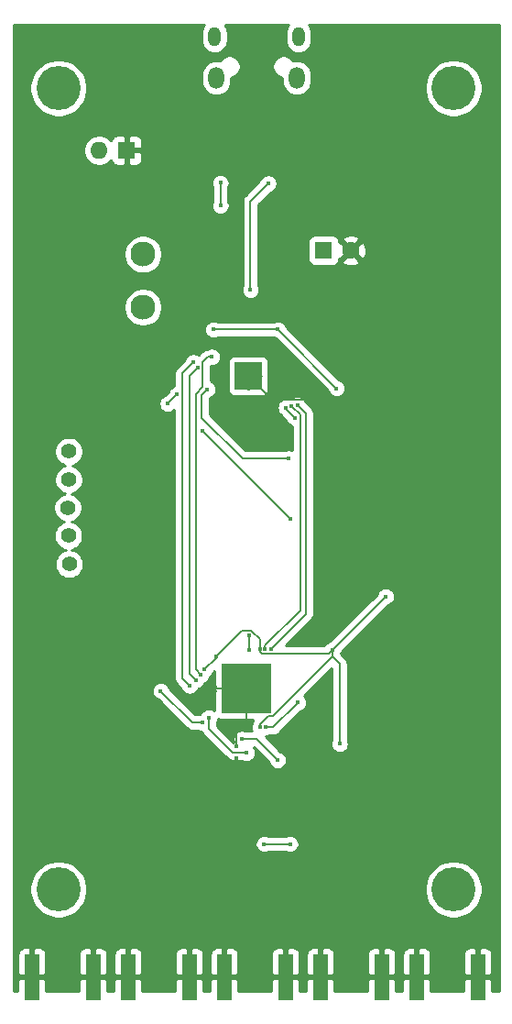
<source format=gbr>
%TF.GenerationSoftware,KiCad,Pcbnew,5.1.8*%
%TF.CreationDate,2020-12-04T12:35:24+08:00*%
%TF.ProjectId,msisdr,6d736973-6472-42e6-9b69-6361645f7063,rev?*%
%TF.SameCoordinates,Original*%
%TF.FileFunction,Copper,L2,Bot*%
%TF.FilePolarity,Positive*%
%FSLAX46Y46*%
G04 Gerber Fmt 4.6, Leading zero omitted, Abs format (unit mm)*
G04 Created by KiCad (PCBNEW 5.1.8) date 2020-12-04 12:35:24*
%MOMM*%
%LPD*%
G01*
G04 APERTURE LIST*
%TA.AperFunction,SMDPad,CuDef*%
%ADD10R,1.350000X4.200000*%
%TD*%
%TA.AperFunction,ComponentPad*%
%ADD11C,2.300000*%
%TD*%
%TA.AperFunction,SMDPad,CuDef*%
%ADD12R,4.600000X4.600000*%
%TD*%
%TA.AperFunction,ComponentPad*%
%ADD13C,0.500000*%
%TD*%
%TA.AperFunction,SMDPad,CuDef*%
%ADD14R,2.500000X2.500000*%
%TD*%
%TA.AperFunction,ComponentPad*%
%ADD15O,1.150000X1.800000*%
%TD*%
%TA.AperFunction,ComponentPad*%
%ADD16O,1.450000X2.000000*%
%TD*%
%TA.AperFunction,ComponentPad*%
%ADD17C,1.400000*%
%TD*%
%TA.AperFunction,ComponentPad*%
%ADD18O,1.600000X1.600000*%
%TD*%
%TA.AperFunction,ComponentPad*%
%ADD19R,1.600000X1.600000*%
%TD*%
%TA.AperFunction,ComponentPad*%
%ADD20C,1.600000*%
%TD*%
%TA.AperFunction,ComponentPad*%
%ADD21C,4.064000*%
%TD*%
%TA.AperFunction,ViaPad*%
%ADD22C,0.400000*%
%TD*%
%TA.AperFunction,Conductor*%
%ADD23C,0.200000*%
%TD*%
%TA.AperFunction,Conductor*%
%ADD24C,0.254000*%
%TD*%
%TA.AperFunction,Conductor*%
%ADD25C,0.100000*%
%TD*%
G04 APERTURE END LIST*
D10*
%TO.P,J10,2*%
%TO.N,GND*%
X156749000Y-132080000D03*
X151099000Y-132080000D03*
%TD*%
%TO.P,J8,2*%
%TO.N,GND*%
X121189000Y-132080000D03*
X115539000Y-132080000D03*
%TD*%
D11*
%TO.P,Y1,2*%
%TO.N,Net-(C10-Pad2)*%
X125809000Y-65336000D03*
%TO.P,Y1,1*%
%TO.N,Net-(C9-Pad2)*%
X125809000Y-70236000D03*
%TD*%
D12*
%TO.P,U2,41*%
%TO.N,GND*%
X135359000Y-105426000D03*
D13*
X137409000Y-103376000D03*
X137409000Y-104401000D03*
X137409000Y-105426000D03*
X137409000Y-106451000D03*
X137409000Y-107476000D03*
X136384000Y-103376000D03*
X136384000Y-104401000D03*
X136384000Y-105426000D03*
X136384000Y-106451000D03*
X136384000Y-107476000D03*
X135359000Y-103376000D03*
X135359000Y-104401000D03*
X135359000Y-105426000D03*
X135359000Y-106451000D03*
X135359000Y-107476000D03*
X134334000Y-103376000D03*
X134334000Y-104401000D03*
X134334000Y-105426000D03*
X134334000Y-106451000D03*
X134334000Y-107476000D03*
X133309000Y-103376000D03*
X133309000Y-104401000D03*
X133309000Y-105426000D03*
X133309000Y-106451000D03*
X133309000Y-107476000D03*
%TD*%
D14*
%TO.P,U1,33*%
%TO.N,GND*%
X135529000Y-76566000D03*
D13*
X136529000Y-75566000D03*
X136529000Y-76566000D03*
X136529000Y-77566000D03*
X135529000Y-75566000D03*
X135529000Y-76566000D03*
X135529000Y-77566000D03*
X134529000Y-75566000D03*
X134529000Y-76566000D03*
X134529000Y-77566000D03*
%TD*%
D15*
%TO.P,J11,6*%
%TO.N,Net-(J11-Pad6)*%
X132425000Y-45250000D03*
X140175000Y-45250000D03*
D16*
X132575000Y-49050000D03*
X140025000Y-49050000D03*
%TD*%
D10*
%TO.P,J9,2*%
%TO.N,GND*%
X138969000Y-132080000D03*
X133319000Y-132080000D03*
%TD*%
%TO.P,J7,2*%
%TO.N,GND*%
X147859000Y-132080000D03*
X142209000Y-132080000D03*
%TD*%
%TO.P,J6,2*%
%TO.N,GND*%
X130079000Y-132080000D03*
X124429000Y-132080000D03*
%TD*%
D17*
%TO.P,J5,1*%
%TO.N,Net-(J5-Pad1)*%
X118979000Y-93966000D03*
%TD*%
%TO.P,J4,1*%
%TO.N,Net-(J4-Pad1)*%
X118899000Y-91336000D03*
%TD*%
%TO.P,J3,1*%
%TO.N,Net-(J3-Pad1)*%
X118869000Y-88746000D03*
%TD*%
%TO.P,J2,1*%
%TO.N,Net-(J2-Pad1)*%
X118929000Y-86156000D03*
%TD*%
%TO.P,J1,1*%
%TO.N,Net-(C41-Pad2)*%
X118949000Y-83556000D03*
%TD*%
D18*
%TO.P,D5,2*%
%TO.N,Net-(D5-Pad2)*%
X121750000Y-55740000D03*
D19*
%TO.P,D5,1*%
%TO.N,GND*%
X124290000Y-55740000D03*
%TD*%
%TO.P,C35,1*%
%TO.N,VDIG*%
X142499000Y-64986000D03*
D20*
%TO.P,C35,2*%
%TO.N,GND*%
X144999000Y-64986000D03*
%TD*%
D21*
%TO.P,REF\u002A\u002A,1*%
%TO.N,N/C*%
X154500000Y-124000000D03*
%TD*%
%TO.P,REF\u002A\u002A,1*%
%TO.N,N/C*%
X118000000Y-124000000D03*
%TD*%
%TO.P,REF\u002A\u002A,1*%
%TO.N,N/C*%
X154500000Y-50000000D03*
%TD*%
%TO.P,REF\u002A\u002A,1*%
%TO.N,N/C*%
X118000000Y-50000000D03*
%TD*%
D22*
%TO.N,VDDI*%
X131740200Y-77816000D03*
X139242800Y-84201000D03*
%TO.N,VDIG*%
X143687800Y-77724000D03*
X138258422Y-72294622D03*
X128930400Y-78308200D03*
X128092200Y-79146400D03*
X132308600Y-72288400D03*
%TO.N,VRF*%
X148237500Y-96948700D03*
X143332200Y-101854000D03*
X132536700Y-102488500D03*
X131502600Y-103676000D03*
X136609000Y-101785600D03*
X136609000Y-109034400D03*
X143992600Y-110566200D03*
X127442220Y-105676000D03*
X131292600Y-108585000D03*
%TO.N,Net-(C13-Pad2)*%
X137109000Y-109042000D03*
X140131800Y-106756200D03*
%TO.N,Net-(C14-Pad2)*%
X134950200Y-110109000D03*
X138252200Y-112064800D03*
%TO.N,Net-(C16-Pad2)*%
X135370006Y-111392406D03*
X131900000Y-108134990D03*
%TO.N,USB_DP*%
X132969000Y-60858400D03*
X132969000Y-58750200D03*
%TO.N,USB_DM*%
X135737600Y-68630800D03*
X137388600Y-58801000D03*
%TO.N,I_IN_N*%
X139845700Y-80448500D03*
X139004287Y-79497268D03*
%TO.N,Q_IN_P*%
X137092589Y-101778758D03*
X139540099Y-79373099D03*
%TO.N,Q_IN_N*%
X137642600Y-101777800D03*
X140081000Y-79248000D03*
%TO.N,SPI_LAT*%
X131155000Y-104176000D03*
X132169200Y-74816000D03*
%TO.N,SPI_DATA*%
X130104200Y-105176000D03*
X130454400Y-75311000D03*
%TO.N,SPI_CLK*%
X130705800Y-104676000D03*
X130860800Y-75819000D03*
%TO.N,GND*%
X145162500Y-78738500D03*
X132842000Y-113512600D03*
X136398000Y-113563400D03*
X134401501Y-110804901D03*
X134401501Y-111842416D03*
X125145800Y-85115400D03*
X125095000Y-91033600D03*
X125120400Y-88112600D03*
X143611600Y-87960200D03*
X153212800Y-88036400D03*
X153670000Y-102006400D03*
X116052600Y-100177600D03*
X141528800Y-125222000D03*
X148717000Y-126619000D03*
X122453400Y-125476000D03*
X130632200Y-70586600D03*
X128574800Y-52781200D03*
X128600200Y-63271400D03*
X135255000Y-57378600D03*
X143586200Y-56616600D03*
X141249400Y-61366400D03*
%TO.N,Net-(C30-Pad1)*%
X139400000Y-119800000D03*
X137000000Y-119800000D03*
%TO.N,Net-(C42-Pad2)*%
X131276401Y-81626399D03*
X139404401Y-89754399D03*
%TO.N,Net-(C43-Pad2)*%
X135609000Y-101855600D03*
X135600000Y-100548000D03*
%TD*%
D23*
%TO.N,VDDI*%
X131740200Y-77816000D02*
X131241800Y-78314400D01*
X131241800Y-78314400D02*
X131241800Y-80441800D01*
X131241800Y-80441800D02*
X135001000Y-84201000D01*
X135001000Y-84201000D02*
X139242800Y-84201000D01*
X139242800Y-84201000D02*
X139242800Y-84201000D01*
%TO.N,VDIG*%
X143687800Y-77724000D02*
X138582400Y-72618600D01*
X138582400Y-72618600D02*
X138258422Y-72294622D01*
X128930400Y-78308200D02*
X128092200Y-79146400D01*
X128092200Y-79146400D02*
X128092200Y-79146400D01*
X138258422Y-72294622D02*
X132340222Y-72294622D01*
%TO.N,VRF*%
X148237500Y-96948700D02*
X143332200Y-101854000D01*
X143332200Y-101854000D02*
X143332200Y-101854000D01*
X132536700Y-102641900D02*
X131502600Y-103676000D01*
X132536700Y-102488500D02*
X132536700Y-102641900D01*
X136769317Y-102228759D02*
X142957441Y-102228759D01*
X142957441Y-102228759D02*
X143332200Y-101854000D01*
X136609000Y-102068442D02*
X136769317Y-102228759D01*
X136609000Y-101785600D02*
X136609000Y-102068442D01*
X143332200Y-102502802D02*
X143332200Y-101854000D01*
X137859001Y-107976001D02*
X143332200Y-102502802D01*
X137384557Y-107976001D02*
X137859001Y-107976001D01*
X136609000Y-108751558D02*
X137384557Y-107976001D01*
X136609000Y-109034400D02*
X136609000Y-108751558D01*
X143992600Y-103163202D02*
X143332200Y-102502802D01*
X143992600Y-110566200D02*
X143992600Y-103163202D01*
X127442220Y-105676000D02*
X130351220Y-108585000D01*
X130351220Y-108585000D02*
X131292600Y-108585000D01*
X135816001Y-100097999D02*
X134927201Y-100097999D01*
X134927201Y-100097999D02*
X132536700Y-102488500D01*
X136609000Y-100890998D02*
X135816001Y-100097999D01*
X136609000Y-101785600D02*
X136609000Y-100890998D01*
X131292600Y-108585000D02*
X131292600Y-108585000D01*
%TO.N,Net-(C13-Pad2)*%
X137109000Y-109042000D02*
X137668200Y-109042000D01*
X137668200Y-109042000D02*
X137846000Y-109042000D01*
X137846000Y-109042000D02*
X139979400Y-106908600D01*
X139979400Y-106908600D02*
X140131800Y-106756200D01*
X140131800Y-106756200D02*
X140131800Y-106756200D01*
%TO.N,Net-(C14-Pad2)*%
X134950200Y-110109000D02*
X136296400Y-110109000D01*
X136296400Y-110109000D02*
X138252200Y-112064800D01*
X138252200Y-112064800D02*
X138252200Y-112064800D01*
%TO.N,Net-(C16-Pad2)*%
X131900000Y-109182842D02*
X131900000Y-108134990D01*
X134109564Y-111392406D02*
X131900000Y-109182842D01*
X135370006Y-111392406D02*
X134109564Y-111392406D01*
%TO.N,USB_DP*%
X132969000Y-60858400D02*
X132969000Y-58750200D01*
X132969000Y-58750200D02*
X132969000Y-58750200D01*
%TO.N,USB_DM*%
X135737600Y-68630800D02*
X135737600Y-60452000D01*
X135737600Y-60452000D02*
X137388600Y-58801000D01*
X137388600Y-58801000D02*
X137388600Y-58801000D01*
%TO.N,I_IN_N*%
X139004287Y-79607087D02*
X139004287Y-79497268D01*
X139845700Y-80448500D02*
X139004287Y-79607087D01*
%TO.N,Q_IN_P*%
X140316799Y-80149799D02*
X139540099Y-79373099D01*
X137092589Y-101495916D02*
X140316799Y-98271706D01*
X140316799Y-98271706D02*
X140316799Y-80149799D01*
X137092589Y-101778758D02*
X137092589Y-101495916D01*
%TO.N,Q_IN_N*%
X140865199Y-98555201D02*
X140865199Y-80032199D01*
X137642600Y-101777800D02*
X140865199Y-98555201D01*
X140865199Y-80032199D02*
X140081000Y-79248000D01*
%TO.N,SPI_LAT*%
X130683000Y-78232000D02*
X130683000Y-103704000D01*
X131310801Y-77604199D02*
X130683000Y-78232000D01*
X131310801Y-75292799D02*
X131310801Y-77604199D01*
X130683000Y-103704000D02*
X131155000Y-104176000D01*
X131787600Y-74816000D02*
X131310801Y-75292799D01*
X132169200Y-74816000D02*
X131787600Y-74816000D01*
%TO.N,SPI_DATA*%
X130104200Y-105176000D02*
X129413000Y-104484800D01*
X129413000Y-104484800D02*
X129413000Y-104267000D01*
X129413000Y-104267000D02*
X129413000Y-76352400D01*
X129413000Y-76352400D02*
X130454400Y-75311000D01*
X130454400Y-75311000D02*
X130454400Y-75311000D01*
%TO.N,SPI_CLK*%
X130705800Y-104676000D02*
X130124200Y-104094400D01*
X130124200Y-104094400D02*
X130124200Y-76555600D01*
X130124200Y-76555600D02*
X130860800Y-75819000D01*
X130860800Y-75819000D02*
X130860800Y-75819000D01*
%TO.N,GND*%
X137701500Y-78738500D02*
X135529000Y-76566000D01*
X145162500Y-78738500D02*
X137701500Y-78738500D01*
X134401501Y-109489299D02*
X134401501Y-110804901D01*
X135359000Y-108531800D02*
X134401501Y-109489299D01*
X135359000Y-105426000D02*
X135359000Y-108531800D01*
X133309000Y-105426000D02*
X131683000Y-105426000D01*
%TO.N,Net-(C30-Pad1)*%
X139400000Y-119800000D02*
X137000000Y-119800000D01*
%TO.N,Net-(C42-Pad2)*%
X139404401Y-89754399D02*
X131276401Y-81626399D01*
%TO.N,Net-(C43-Pad2)*%
X135600000Y-101846600D02*
X135609000Y-101855600D01*
X135600000Y-100548000D02*
X135600000Y-101846600D01*
%TD*%
D24*
%TO.N,GND*%
X131414055Y-44249508D02*
X131301697Y-44459713D01*
X131232508Y-44687799D01*
X131215000Y-44865563D01*
X131215000Y-45634436D01*
X131232508Y-45812200D01*
X131301697Y-46040286D01*
X131414054Y-46250491D01*
X131565261Y-46434739D01*
X131749508Y-46585946D01*
X131959713Y-46698303D01*
X132187799Y-46767492D01*
X132425000Y-46790854D01*
X132662200Y-46767492D01*
X132890286Y-46698303D01*
X133100491Y-46585946D01*
X133284739Y-46434739D01*
X133435946Y-46250492D01*
X133548303Y-46040287D01*
X133617492Y-45812201D01*
X133635000Y-45634437D01*
X133635000Y-44865564D01*
X133617492Y-44687800D01*
X133548303Y-44459713D01*
X133435946Y-44249508D01*
X133382710Y-44184640D01*
X139217291Y-44184640D01*
X139164055Y-44249508D01*
X139051697Y-44459713D01*
X138982508Y-44687799D01*
X138965000Y-44865563D01*
X138965000Y-45634436D01*
X138982508Y-45812200D01*
X139051697Y-46040286D01*
X139164054Y-46250491D01*
X139315261Y-46434739D01*
X139499508Y-46585946D01*
X139709713Y-46698303D01*
X139937799Y-46767492D01*
X140175000Y-46790854D01*
X140412200Y-46767492D01*
X140640286Y-46698303D01*
X140850491Y-46585946D01*
X141034739Y-46434739D01*
X141185946Y-46250492D01*
X141298303Y-46040287D01*
X141367492Y-45812201D01*
X141385000Y-45634437D01*
X141385000Y-44865564D01*
X141367492Y-44687800D01*
X141298303Y-44459713D01*
X141185946Y-44249508D01*
X141132710Y-44184640D01*
X158700441Y-44184640D01*
X158705440Y-133422320D01*
X158060789Y-133422320D01*
X158059000Y-132365750D01*
X157900250Y-132207000D01*
X156876000Y-132207000D01*
X156876000Y-132227000D01*
X156622000Y-132227000D01*
X156622000Y-132207000D01*
X155597750Y-132207000D01*
X155439000Y-132365750D01*
X155437211Y-133422320D01*
X152410789Y-133422320D01*
X152409000Y-132365750D01*
X152250250Y-132207000D01*
X151226000Y-132207000D01*
X151226000Y-132227000D01*
X150972000Y-132227000D01*
X150972000Y-132207000D01*
X149947750Y-132207000D01*
X149789000Y-132365750D01*
X149787211Y-133422320D01*
X149170789Y-133422320D01*
X149169000Y-132365750D01*
X149010250Y-132207000D01*
X147986000Y-132207000D01*
X147986000Y-132227000D01*
X147732000Y-132227000D01*
X147732000Y-132207000D01*
X146707750Y-132207000D01*
X146549000Y-132365750D01*
X146547211Y-133422320D01*
X143520789Y-133422320D01*
X143519000Y-132365750D01*
X143360250Y-132207000D01*
X142336000Y-132207000D01*
X142336000Y-132227000D01*
X142082000Y-132227000D01*
X142082000Y-132207000D01*
X141057750Y-132207000D01*
X140899000Y-132365750D01*
X140897211Y-133422320D01*
X140280789Y-133422320D01*
X140279000Y-132365750D01*
X140120250Y-132207000D01*
X139096000Y-132207000D01*
X139096000Y-132227000D01*
X138842000Y-132227000D01*
X138842000Y-132207000D01*
X137817750Y-132207000D01*
X137659000Y-132365750D01*
X137657211Y-133422320D01*
X134630789Y-133422320D01*
X134629000Y-132365750D01*
X134470250Y-132207000D01*
X133446000Y-132207000D01*
X133446000Y-132227000D01*
X133192000Y-132227000D01*
X133192000Y-132207000D01*
X132167750Y-132207000D01*
X132009000Y-132365750D01*
X132007211Y-133422320D01*
X131390789Y-133422320D01*
X131389000Y-132365750D01*
X131230250Y-132207000D01*
X130206000Y-132207000D01*
X130206000Y-132227000D01*
X129952000Y-132227000D01*
X129952000Y-132207000D01*
X128927750Y-132207000D01*
X128769000Y-132365750D01*
X128767211Y-133422320D01*
X125740789Y-133422320D01*
X125739000Y-132365750D01*
X125580250Y-132207000D01*
X124556000Y-132207000D01*
X124556000Y-132227000D01*
X124302000Y-132227000D01*
X124302000Y-132207000D01*
X123277750Y-132207000D01*
X123119000Y-132365750D01*
X123117211Y-133422320D01*
X122500789Y-133422320D01*
X122499000Y-132365750D01*
X122340250Y-132207000D01*
X121316000Y-132207000D01*
X121316000Y-132227000D01*
X121062000Y-132227000D01*
X121062000Y-132207000D01*
X120037750Y-132207000D01*
X119879000Y-132365750D01*
X119877211Y-133422320D01*
X116850789Y-133422320D01*
X116849000Y-132365750D01*
X116690250Y-132207000D01*
X115666000Y-132207000D01*
X115666000Y-132227000D01*
X115412000Y-132227000D01*
X115412000Y-132207000D01*
X114387750Y-132207000D01*
X114229000Y-132365750D01*
X114227211Y-133422320D01*
X113841600Y-133422320D01*
X113841600Y-129980000D01*
X114225928Y-129980000D01*
X114229000Y-131794250D01*
X114387750Y-131953000D01*
X115412000Y-131953000D01*
X115412000Y-129503750D01*
X115666000Y-129503750D01*
X115666000Y-131953000D01*
X116690250Y-131953000D01*
X116849000Y-131794250D01*
X116852072Y-129980000D01*
X119875928Y-129980000D01*
X119879000Y-131794250D01*
X120037750Y-131953000D01*
X121062000Y-131953000D01*
X121062000Y-129503750D01*
X121316000Y-129503750D01*
X121316000Y-131953000D01*
X122340250Y-131953000D01*
X122499000Y-131794250D01*
X122502072Y-129980000D01*
X123115928Y-129980000D01*
X123119000Y-131794250D01*
X123277750Y-131953000D01*
X124302000Y-131953000D01*
X124302000Y-129503750D01*
X124556000Y-129503750D01*
X124556000Y-131953000D01*
X125580250Y-131953000D01*
X125739000Y-131794250D01*
X125742072Y-129980000D01*
X128765928Y-129980000D01*
X128769000Y-131794250D01*
X128927750Y-131953000D01*
X129952000Y-131953000D01*
X129952000Y-129503750D01*
X130206000Y-129503750D01*
X130206000Y-131953000D01*
X131230250Y-131953000D01*
X131389000Y-131794250D01*
X131392072Y-129980000D01*
X132005928Y-129980000D01*
X132009000Y-131794250D01*
X132167750Y-131953000D01*
X133192000Y-131953000D01*
X133192000Y-129503750D01*
X133446000Y-129503750D01*
X133446000Y-131953000D01*
X134470250Y-131953000D01*
X134629000Y-131794250D01*
X134632072Y-129980000D01*
X137655928Y-129980000D01*
X137659000Y-131794250D01*
X137817750Y-131953000D01*
X138842000Y-131953000D01*
X138842000Y-129503750D01*
X139096000Y-129503750D01*
X139096000Y-131953000D01*
X140120250Y-131953000D01*
X140279000Y-131794250D01*
X140282072Y-129980000D01*
X140895928Y-129980000D01*
X140899000Y-131794250D01*
X141057750Y-131953000D01*
X142082000Y-131953000D01*
X142082000Y-129503750D01*
X142336000Y-129503750D01*
X142336000Y-131953000D01*
X143360250Y-131953000D01*
X143519000Y-131794250D01*
X143522072Y-129980000D01*
X146545928Y-129980000D01*
X146549000Y-131794250D01*
X146707750Y-131953000D01*
X147732000Y-131953000D01*
X147732000Y-129503750D01*
X147986000Y-129503750D01*
X147986000Y-131953000D01*
X149010250Y-131953000D01*
X149169000Y-131794250D01*
X149172072Y-129980000D01*
X149785928Y-129980000D01*
X149789000Y-131794250D01*
X149947750Y-131953000D01*
X150972000Y-131953000D01*
X150972000Y-129503750D01*
X151226000Y-129503750D01*
X151226000Y-131953000D01*
X152250250Y-131953000D01*
X152409000Y-131794250D01*
X152412072Y-129980000D01*
X155435928Y-129980000D01*
X155439000Y-131794250D01*
X155597750Y-131953000D01*
X156622000Y-131953000D01*
X156622000Y-129503750D01*
X156876000Y-129503750D01*
X156876000Y-131953000D01*
X157900250Y-131953000D01*
X158059000Y-131794250D01*
X158062072Y-129980000D01*
X158049812Y-129855518D01*
X158013502Y-129735820D01*
X157954537Y-129625506D01*
X157875185Y-129528815D01*
X157778494Y-129449463D01*
X157668180Y-129390498D01*
X157548482Y-129354188D01*
X157424000Y-129341928D01*
X157034750Y-129345000D01*
X156876000Y-129503750D01*
X156622000Y-129503750D01*
X156463250Y-129345000D01*
X156074000Y-129341928D01*
X155949518Y-129354188D01*
X155829820Y-129390498D01*
X155719506Y-129449463D01*
X155622815Y-129528815D01*
X155543463Y-129625506D01*
X155484498Y-129735820D01*
X155448188Y-129855518D01*
X155435928Y-129980000D01*
X152412072Y-129980000D01*
X152399812Y-129855518D01*
X152363502Y-129735820D01*
X152304537Y-129625506D01*
X152225185Y-129528815D01*
X152128494Y-129449463D01*
X152018180Y-129390498D01*
X151898482Y-129354188D01*
X151774000Y-129341928D01*
X151384750Y-129345000D01*
X151226000Y-129503750D01*
X150972000Y-129503750D01*
X150813250Y-129345000D01*
X150424000Y-129341928D01*
X150299518Y-129354188D01*
X150179820Y-129390498D01*
X150069506Y-129449463D01*
X149972815Y-129528815D01*
X149893463Y-129625506D01*
X149834498Y-129735820D01*
X149798188Y-129855518D01*
X149785928Y-129980000D01*
X149172072Y-129980000D01*
X149159812Y-129855518D01*
X149123502Y-129735820D01*
X149064537Y-129625506D01*
X148985185Y-129528815D01*
X148888494Y-129449463D01*
X148778180Y-129390498D01*
X148658482Y-129354188D01*
X148534000Y-129341928D01*
X148144750Y-129345000D01*
X147986000Y-129503750D01*
X147732000Y-129503750D01*
X147573250Y-129345000D01*
X147184000Y-129341928D01*
X147059518Y-129354188D01*
X146939820Y-129390498D01*
X146829506Y-129449463D01*
X146732815Y-129528815D01*
X146653463Y-129625506D01*
X146594498Y-129735820D01*
X146558188Y-129855518D01*
X146545928Y-129980000D01*
X143522072Y-129980000D01*
X143509812Y-129855518D01*
X143473502Y-129735820D01*
X143414537Y-129625506D01*
X143335185Y-129528815D01*
X143238494Y-129449463D01*
X143128180Y-129390498D01*
X143008482Y-129354188D01*
X142884000Y-129341928D01*
X142494750Y-129345000D01*
X142336000Y-129503750D01*
X142082000Y-129503750D01*
X141923250Y-129345000D01*
X141534000Y-129341928D01*
X141409518Y-129354188D01*
X141289820Y-129390498D01*
X141179506Y-129449463D01*
X141082815Y-129528815D01*
X141003463Y-129625506D01*
X140944498Y-129735820D01*
X140908188Y-129855518D01*
X140895928Y-129980000D01*
X140282072Y-129980000D01*
X140269812Y-129855518D01*
X140233502Y-129735820D01*
X140174537Y-129625506D01*
X140095185Y-129528815D01*
X139998494Y-129449463D01*
X139888180Y-129390498D01*
X139768482Y-129354188D01*
X139644000Y-129341928D01*
X139254750Y-129345000D01*
X139096000Y-129503750D01*
X138842000Y-129503750D01*
X138683250Y-129345000D01*
X138294000Y-129341928D01*
X138169518Y-129354188D01*
X138049820Y-129390498D01*
X137939506Y-129449463D01*
X137842815Y-129528815D01*
X137763463Y-129625506D01*
X137704498Y-129735820D01*
X137668188Y-129855518D01*
X137655928Y-129980000D01*
X134632072Y-129980000D01*
X134619812Y-129855518D01*
X134583502Y-129735820D01*
X134524537Y-129625506D01*
X134445185Y-129528815D01*
X134348494Y-129449463D01*
X134238180Y-129390498D01*
X134118482Y-129354188D01*
X133994000Y-129341928D01*
X133604750Y-129345000D01*
X133446000Y-129503750D01*
X133192000Y-129503750D01*
X133033250Y-129345000D01*
X132644000Y-129341928D01*
X132519518Y-129354188D01*
X132399820Y-129390498D01*
X132289506Y-129449463D01*
X132192815Y-129528815D01*
X132113463Y-129625506D01*
X132054498Y-129735820D01*
X132018188Y-129855518D01*
X132005928Y-129980000D01*
X131392072Y-129980000D01*
X131379812Y-129855518D01*
X131343502Y-129735820D01*
X131284537Y-129625506D01*
X131205185Y-129528815D01*
X131108494Y-129449463D01*
X130998180Y-129390498D01*
X130878482Y-129354188D01*
X130754000Y-129341928D01*
X130364750Y-129345000D01*
X130206000Y-129503750D01*
X129952000Y-129503750D01*
X129793250Y-129345000D01*
X129404000Y-129341928D01*
X129279518Y-129354188D01*
X129159820Y-129390498D01*
X129049506Y-129449463D01*
X128952815Y-129528815D01*
X128873463Y-129625506D01*
X128814498Y-129735820D01*
X128778188Y-129855518D01*
X128765928Y-129980000D01*
X125742072Y-129980000D01*
X125729812Y-129855518D01*
X125693502Y-129735820D01*
X125634537Y-129625506D01*
X125555185Y-129528815D01*
X125458494Y-129449463D01*
X125348180Y-129390498D01*
X125228482Y-129354188D01*
X125104000Y-129341928D01*
X124714750Y-129345000D01*
X124556000Y-129503750D01*
X124302000Y-129503750D01*
X124143250Y-129345000D01*
X123754000Y-129341928D01*
X123629518Y-129354188D01*
X123509820Y-129390498D01*
X123399506Y-129449463D01*
X123302815Y-129528815D01*
X123223463Y-129625506D01*
X123164498Y-129735820D01*
X123128188Y-129855518D01*
X123115928Y-129980000D01*
X122502072Y-129980000D01*
X122489812Y-129855518D01*
X122453502Y-129735820D01*
X122394537Y-129625506D01*
X122315185Y-129528815D01*
X122218494Y-129449463D01*
X122108180Y-129390498D01*
X121988482Y-129354188D01*
X121864000Y-129341928D01*
X121474750Y-129345000D01*
X121316000Y-129503750D01*
X121062000Y-129503750D01*
X120903250Y-129345000D01*
X120514000Y-129341928D01*
X120389518Y-129354188D01*
X120269820Y-129390498D01*
X120159506Y-129449463D01*
X120062815Y-129528815D01*
X119983463Y-129625506D01*
X119924498Y-129735820D01*
X119888188Y-129855518D01*
X119875928Y-129980000D01*
X116852072Y-129980000D01*
X116839812Y-129855518D01*
X116803502Y-129735820D01*
X116744537Y-129625506D01*
X116665185Y-129528815D01*
X116568494Y-129449463D01*
X116458180Y-129390498D01*
X116338482Y-129354188D01*
X116214000Y-129341928D01*
X115824750Y-129345000D01*
X115666000Y-129503750D01*
X115412000Y-129503750D01*
X115253250Y-129345000D01*
X114864000Y-129341928D01*
X114739518Y-129354188D01*
X114619820Y-129390498D01*
X114509506Y-129449463D01*
X114412815Y-129528815D01*
X114333463Y-129625506D01*
X114274498Y-129735820D01*
X114238188Y-129855518D01*
X114225928Y-129980000D01*
X113841600Y-129980000D01*
X113841600Y-123737323D01*
X115333000Y-123737323D01*
X115333000Y-124262677D01*
X115435492Y-124777935D01*
X115636536Y-125263298D01*
X115928406Y-125700113D01*
X116299887Y-126071594D01*
X116736702Y-126363464D01*
X117222065Y-126564508D01*
X117737323Y-126667000D01*
X118262677Y-126667000D01*
X118777935Y-126564508D01*
X119263298Y-126363464D01*
X119700113Y-126071594D01*
X120071594Y-125700113D01*
X120363464Y-125263298D01*
X120564508Y-124777935D01*
X120667000Y-124262677D01*
X120667000Y-123737323D01*
X151833000Y-123737323D01*
X151833000Y-124262677D01*
X151935492Y-124777935D01*
X152136536Y-125263298D01*
X152428406Y-125700113D01*
X152799887Y-126071594D01*
X153236702Y-126363464D01*
X153722065Y-126564508D01*
X154237323Y-126667000D01*
X154762677Y-126667000D01*
X155277935Y-126564508D01*
X155763298Y-126363464D01*
X156200113Y-126071594D01*
X156571594Y-125700113D01*
X156863464Y-125263298D01*
X157064508Y-124777935D01*
X157167000Y-124262677D01*
X157167000Y-123737323D01*
X157064508Y-123222065D01*
X156863464Y-122736702D01*
X156571594Y-122299887D01*
X156200113Y-121928406D01*
X155763298Y-121636536D01*
X155277935Y-121435492D01*
X154762677Y-121333000D01*
X154237323Y-121333000D01*
X153722065Y-121435492D01*
X153236702Y-121636536D01*
X152799887Y-121928406D01*
X152428406Y-122299887D01*
X152136536Y-122736702D01*
X151935492Y-123222065D01*
X151833000Y-123737323D01*
X120667000Y-123737323D01*
X120564508Y-123222065D01*
X120363464Y-122736702D01*
X120071594Y-122299887D01*
X119700113Y-121928406D01*
X119263298Y-121636536D01*
X118777935Y-121435492D01*
X118262677Y-121333000D01*
X117737323Y-121333000D01*
X117222065Y-121435492D01*
X116736702Y-121636536D01*
X116299887Y-121928406D01*
X115928406Y-122299887D01*
X115636536Y-122736702D01*
X115435492Y-123222065D01*
X115333000Y-123737323D01*
X113841600Y-123737323D01*
X113841600Y-119717760D01*
X136165000Y-119717760D01*
X136165000Y-119882240D01*
X136197089Y-120043560D01*
X136260033Y-120195521D01*
X136351413Y-120332281D01*
X136467719Y-120448587D01*
X136604479Y-120539967D01*
X136756440Y-120602911D01*
X136917760Y-120635000D01*
X137082240Y-120635000D01*
X137243560Y-120602911D01*
X137395521Y-120539967D01*
X137402955Y-120535000D01*
X138997045Y-120535000D01*
X139004479Y-120539967D01*
X139156440Y-120602911D01*
X139317760Y-120635000D01*
X139482240Y-120635000D01*
X139643560Y-120602911D01*
X139795521Y-120539967D01*
X139932281Y-120448587D01*
X140048587Y-120332281D01*
X140139967Y-120195521D01*
X140202911Y-120043560D01*
X140235000Y-119882240D01*
X140235000Y-119717760D01*
X140202911Y-119556440D01*
X140139967Y-119404479D01*
X140048587Y-119267719D01*
X139932281Y-119151413D01*
X139795521Y-119060033D01*
X139643560Y-118997089D01*
X139482240Y-118965000D01*
X139317760Y-118965000D01*
X139156440Y-118997089D01*
X139004479Y-119060033D01*
X138997045Y-119065000D01*
X137402955Y-119065000D01*
X137395521Y-119060033D01*
X137243560Y-118997089D01*
X137082240Y-118965000D01*
X136917760Y-118965000D01*
X136756440Y-118997089D01*
X136604479Y-119060033D01*
X136467719Y-119151413D01*
X136351413Y-119267719D01*
X136260033Y-119404479D01*
X136197089Y-119556440D01*
X136165000Y-119717760D01*
X113841600Y-119717760D01*
X113841600Y-105593760D01*
X126607220Y-105593760D01*
X126607220Y-105758240D01*
X126639309Y-105919560D01*
X126702253Y-106071521D01*
X126793633Y-106208281D01*
X126909939Y-106324587D01*
X127046699Y-106415967D01*
X127198660Y-106478911D01*
X127207429Y-106480655D01*
X129805966Y-109079193D01*
X129828982Y-109107238D01*
X129940900Y-109199087D01*
X130068587Y-109267337D01*
X130207135Y-109309365D01*
X130315115Y-109320000D01*
X130315124Y-109320000D01*
X130351219Y-109323555D01*
X130387314Y-109320000D01*
X130889645Y-109320000D01*
X130897079Y-109324967D01*
X131049040Y-109387911D01*
X131203452Y-109418626D01*
X131217663Y-109465474D01*
X131285913Y-109593161D01*
X131377762Y-109705079D01*
X131405808Y-109728096D01*
X133564310Y-111886599D01*
X133587326Y-111914644D01*
X133699244Y-112006493D01*
X133826931Y-112074743D01*
X133965479Y-112116771D01*
X134073459Y-112127406D01*
X134073468Y-112127406D01*
X134109563Y-112130961D01*
X134145658Y-112127406D01*
X134967051Y-112127406D01*
X134974485Y-112132373D01*
X135126446Y-112195317D01*
X135287766Y-112227406D01*
X135452246Y-112227406D01*
X135613566Y-112195317D01*
X135765527Y-112132373D01*
X135902287Y-112040993D01*
X136018593Y-111924687D01*
X136109973Y-111787927D01*
X136172917Y-111635966D01*
X136205006Y-111474646D01*
X136205006Y-111310166D01*
X136172917Y-111148846D01*
X136109973Y-110996885D01*
X136039765Y-110891811D01*
X137447545Y-112299592D01*
X137449289Y-112308360D01*
X137512233Y-112460321D01*
X137603613Y-112597081D01*
X137719919Y-112713387D01*
X137856679Y-112804767D01*
X138008640Y-112867711D01*
X138169960Y-112899800D01*
X138334440Y-112899800D01*
X138495760Y-112867711D01*
X138647721Y-112804767D01*
X138784481Y-112713387D01*
X138900787Y-112597081D01*
X138992167Y-112460321D01*
X139055111Y-112308360D01*
X139087200Y-112147040D01*
X139087200Y-111982560D01*
X139055111Y-111821240D01*
X138992167Y-111669279D01*
X138900787Y-111532519D01*
X138784481Y-111416213D01*
X138647721Y-111324833D01*
X138495760Y-111261889D01*
X138486992Y-111260145D01*
X137103846Y-109877000D01*
X137191240Y-109877000D01*
X137352560Y-109844911D01*
X137504521Y-109781967D01*
X137511955Y-109777000D01*
X137809895Y-109777000D01*
X137846000Y-109780556D01*
X137882105Y-109777000D01*
X137990085Y-109766365D01*
X138128633Y-109724337D01*
X138256320Y-109656087D01*
X138368238Y-109564238D01*
X138391258Y-109536188D01*
X140366592Y-107560855D01*
X140375360Y-107559111D01*
X140527321Y-107496167D01*
X140664081Y-107404787D01*
X140780387Y-107288481D01*
X140871767Y-107151721D01*
X140934711Y-106999760D01*
X140966800Y-106838440D01*
X140966800Y-106673960D01*
X140934711Y-106512640D01*
X140871767Y-106360679D01*
X140780387Y-106223919D01*
X140715458Y-106158990D01*
X143257601Y-103616848D01*
X143257600Y-110163245D01*
X143252633Y-110170679D01*
X143189689Y-110322640D01*
X143157600Y-110483960D01*
X143157600Y-110648440D01*
X143189689Y-110809760D01*
X143252633Y-110961721D01*
X143344013Y-111098481D01*
X143460319Y-111214787D01*
X143597079Y-111306167D01*
X143749040Y-111369111D01*
X143910360Y-111401200D01*
X144074840Y-111401200D01*
X144236160Y-111369111D01*
X144388121Y-111306167D01*
X144524881Y-111214787D01*
X144641187Y-111098481D01*
X144732567Y-110961721D01*
X144795511Y-110809760D01*
X144827600Y-110648440D01*
X144827600Y-110483960D01*
X144795511Y-110322640D01*
X144732567Y-110170679D01*
X144727600Y-110163245D01*
X144727600Y-103199307D01*
X144731156Y-103163202D01*
X144716965Y-103019117D01*
X144674937Y-102880568D01*
X144606687Y-102752882D01*
X144554260Y-102689000D01*
X144514838Y-102640964D01*
X144486793Y-102617948D01*
X144085698Y-102216854D01*
X144135111Y-102097560D01*
X144136855Y-102088791D01*
X148472292Y-97753355D01*
X148481060Y-97751611D01*
X148633021Y-97688667D01*
X148769781Y-97597287D01*
X148886087Y-97480981D01*
X148977467Y-97344221D01*
X149040411Y-97192260D01*
X149072500Y-97030940D01*
X149072500Y-96866460D01*
X149040411Y-96705140D01*
X148977467Y-96553179D01*
X148886087Y-96416419D01*
X148769781Y-96300113D01*
X148633021Y-96208733D01*
X148481060Y-96145789D01*
X148319740Y-96113700D01*
X148155260Y-96113700D01*
X147993940Y-96145789D01*
X147841979Y-96208733D01*
X147705219Y-96300113D01*
X147588913Y-96416419D01*
X147497533Y-96553179D01*
X147434589Y-96705140D01*
X147432845Y-96713908D01*
X143097409Y-101049345D01*
X143088640Y-101051089D01*
X142936679Y-101114033D01*
X142799919Y-101205413D01*
X142683613Y-101321719D01*
X142592233Y-101458479D01*
X142577620Y-101493759D01*
X138966087Y-101493759D01*
X141359396Y-99100451D01*
X141387436Y-99077439D01*
X141410449Y-99049398D01*
X141410452Y-99049395D01*
X141479285Y-98965522D01*
X141479286Y-98965521D01*
X141547536Y-98837834D01*
X141589564Y-98699286D01*
X141600199Y-98591306D01*
X141600199Y-98591297D01*
X141603754Y-98555202D01*
X141600199Y-98519107D01*
X141600199Y-80068304D01*
X141603755Y-80032199D01*
X141589564Y-79888114D01*
X141583248Y-79867292D01*
X141547536Y-79749566D01*
X141479286Y-79621879D01*
X141387437Y-79509961D01*
X141359392Y-79486945D01*
X140885655Y-79013209D01*
X140883911Y-79004440D01*
X140820967Y-78852479D01*
X140729587Y-78715719D01*
X140613281Y-78599413D01*
X140476521Y-78508033D01*
X140324560Y-78445089D01*
X140163240Y-78413000D01*
X139998760Y-78413000D01*
X139837440Y-78445089D01*
X139685479Y-78508033D01*
X139636320Y-78540880D01*
X139622339Y-78538099D01*
X139457859Y-78538099D01*
X139296539Y-78570188D01*
X139144578Y-78633132D01*
X139097659Y-78664482D01*
X139086527Y-78662268D01*
X138922047Y-78662268D01*
X138760727Y-78694357D01*
X138608766Y-78757301D01*
X138472006Y-78848681D01*
X138355700Y-78964987D01*
X138264320Y-79101747D01*
X138201376Y-79253708D01*
X138169287Y-79415028D01*
X138169287Y-79579508D01*
X138201376Y-79740828D01*
X138264320Y-79892789D01*
X138355700Y-80029549D01*
X138472006Y-80145855D01*
X138567246Y-80209493D01*
X139041045Y-80683291D01*
X139042789Y-80692060D01*
X139105733Y-80844021D01*
X139197113Y-80980781D01*
X139313419Y-81097087D01*
X139450179Y-81188467D01*
X139581800Y-81242986D01*
X139581800Y-83437621D01*
X139486360Y-83398089D01*
X139325040Y-83366000D01*
X139160560Y-83366000D01*
X138999240Y-83398089D01*
X138847279Y-83461033D01*
X138839845Y-83466000D01*
X135305447Y-83466000D01*
X131976800Y-80137354D01*
X131976800Y-78620295D01*
X131983760Y-78618911D01*
X132135721Y-78555967D01*
X132272481Y-78464587D01*
X132388787Y-78348281D01*
X132480167Y-78211521D01*
X132543111Y-78059560D01*
X132575200Y-77898240D01*
X132575200Y-77733760D01*
X132543111Y-77572440D01*
X132480167Y-77420479D01*
X132388787Y-77283719D01*
X132272481Y-77167413D01*
X132135721Y-77076033D01*
X132045801Y-77038787D01*
X132045801Y-75642813D01*
X132086960Y-75651000D01*
X132251440Y-75651000D01*
X132412760Y-75618911D01*
X132564721Y-75555967D01*
X132701481Y-75464587D01*
X132817787Y-75348281D01*
X132839356Y-75316000D01*
X133640928Y-75316000D01*
X133644000Y-76280250D01*
X133676856Y-76313106D01*
X133643887Y-76479998D01*
X133644116Y-76654328D01*
X133677039Y-76818711D01*
X133644000Y-76851750D01*
X133640928Y-77816000D01*
X133653188Y-77940482D01*
X133689498Y-78060180D01*
X133748463Y-78170494D01*
X133827815Y-78267185D01*
X133924506Y-78346537D01*
X134034820Y-78405502D01*
X134154518Y-78441812D01*
X134279000Y-78454072D01*
X135243250Y-78451000D01*
X135276106Y-78418144D01*
X135442998Y-78451113D01*
X135617328Y-78450884D01*
X135781711Y-78417961D01*
X135814750Y-78451000D01*
X136779000Y-78454072D01*
X136903482Y-78441812D01*
X137023180Y-78405502D01*
X137133494Y-78346537D01*
X137230185Y-78267185D01*
X137309537Y-78170494D01*
X137368502Y-78060180D01*
X137404812Y-77940482D01*
X137417072Y-77816000D01*
X137414000Y-76851750D01*
X137381144Y-76818894D01*
X137414113Y-76652002D01*
X137413884Y-76477672D01*
X137380961Y-76313289D01*
X137414000Y-76280250D01*
X137417072Y-75316000D01*
X137404812Y-75191518D01*
X137368502Y-75071820D01*
X137309537Y-74961506D01*
X137230185Y-74864815D01*
X137133494Y-74785463D01*
X137023180Y-74726498D01*
X136903482Y-74690188D01*
X136779000Y-74677928D01*
X135814750Y-74681000D01*
X135781894Y-74713856D01*
X135615002Y-74680887D01*
X135440672Y-74681116D01*
X135276289Y-74714039D01*
X135243250Y-74681000D01*
X134279000Y-74677928D01*
X134154518Y-74690188D01*
X134034820Y-74726498D01*
X133924506Y-74785463D01*
X133827815Y-74864815D01*
X133748463Y-74961506D01*
X133689498Y-75071820D01*
X133653188Y-75191518D01*
X133640928Y-75316000D01*
X132839356Y-75316000D01*
X132909167Y-75211521D01*
X132972111Y-75059560D01*
X133004200Y-74898240D01*
X133004200Y-74733760D01*
X132972111Y-74572440D01*
X132909167Y-74420479D01*
X132817787Y-74283719D01*
X132701481Y-74167413D01*
X132564721Y-74076033D01*
X132412760Y-74013089D01*
X132251440Y-73981000D01*
X132086960Y-73981000D01*
X131925640Y-74013089D01*
X131773679Y-74076033D01*
X131768795Y-74079296D01*
X131643515Y-74091635D01*
X131504966Y-74133663D01*
X131441825Y-74167413D01*
X131377280Y-74201913D01*
X131265362Y-74293762D01*
X131242341Y-74321813D01*
X130935763Y-74628391D01*
X130849921Y-74571033D01*
X130697960Y-74508089D01*
X130536640Y-74476000D01*
X130372160Y-74476000D01*
X130210840Y-74508089D01*
X130058879Y-74571033D01*
X129922119Y-74662413D01*
X129805813Y-74778719D01*
X129714433Y-74915479D01*
X129651489Y-75067440D01*
X129649745Y-75076208D01*
X128918808Y-75807146D01*
X128890763Y-75830162D01*
X128798914Y-75942080D01*
X128774254Y-75988216D01*
X128730664Y-76069767D01*
X128688635Y-76208315D01*
X128674444Y-76352400D01*
X128678001Y-76388515D01*
X128678001Y-77508950D01*
X128534879Y-77568233D01*
X128398119Y-77659613D01*
X128281813Y-77775919D01*
X128190433Y-77912679D01*
X128127489Y-78064640D01*
X128125745Y-78073409D01*
X127857409Y-78341745D01*
X127848640Y-78343489D01*
X127696679Y-78406433D01*
X127559919Y-78497813D01*
X127443613Y-78614119D01*
X127352233Y-78750879D01*
X127289289Y-78902840D01*
X127257200Y-79064160D01*
X127257200Y-79228640D01*
X127289289Y-79389960D01*
X127352233Y-79541921D01*
X127443613Y-79678681D01*
X127559919Y-79794987D01*
X127696679Y-79886367D01*
X127848640Y-79949311D01*
X128009960Y-79981400D01*
X128174440Y-79981400D01*
X128335760Y-79949311D01*
X128487721Y-79886367D01*
X128624481Y-79794987D01*
X128678001Y-79741467D01*
X128678000Y-104230895D01*
X128678000Y-104448695D01*
X128674444Y-104484800D01*
X128684443Y-104586320D01*
X128688635Y-104628884D01*
X128730663Y-104767432D01*
X128798913Y-104895119D01*
X128890762Y-105007037D01*
X128918808Y-105030054D01*
X129299545Y-105410791D01*
X129301289Y-105419560D01*
X129364233Y-105571521D01*
X129455613Y-105708281D01*
X129571919Y-105824587D01*
X129708679Y-105915967D01*
X129860640Y-105978911D01*
X130021960Y-106011000D01*
X130186440Y-106011000D01*
X130347760Y-105978911D01*
X130499721Y-105915967D01*
X130636481Y-105824587D01*
X130752787Y-105708281D01*
X130844167Y-105571521D01*
X130876526Y-105493399D01*
X130949360Y-105478911D01*
X131101321Y-105415967D01*
X131238081Y-105324587D01*
X131354387Y-105208281D01*
X131445767Y-105071521D01*
X131501848Y-104936128D01*
X131550521Y-104915967D01*
X131687281Y-104824587D01*
X131803587Y-104708281D01*
X131894967Y-104571521D01*
X131957911Y-104419560D01*
X131967900Y-104369342D01*
X132034881Y-104324587D01*
X132151187Y-104208281D01*
X132242567Y-104071521D01*
X132305511Y-103919560D01*
X132307255Y-103910791D01*
X132421950Y-103796096D01*
X132424000Y-105140250D01*
X132456856Y-105173106D01*
X132423887Y-105339998D01*
X132424116Y-105514328D01*
X132457039Y-105678711D01*
X132424000Y-105711750D01*
X132421305Y-107479069D01*
X132295521Y-107395023D01*
X132143560Y-107332079D01*
X131982240Y-107299990D01*
X131817760Y-107299990D01*
X131656440Y-107332079D01*
X131504479Y-107395023D01*
X131367719Y-107486403D01*
X131251413Y-107602709D01*
X131160033Y-107739469D01*
X131150760Y-107761855D01*
X131049040Y-107782089D01*
X130897079Y-107845033D01*
X130889645Y-107850000D01*
X130655667Y-107850000D01*
X128246875Y-105441209D01*
X128245131Y-105432440D01*
X128182187Y-105280479D01*
X128090807Y-105143719D01*
X127974501Y-105027413D01*
X127837741Y-104936033D01*
X127685780Y-104873089D01*
X127524460Y-104841000D01*
X127359980Y-104841000D01*
X127198660Y-104873089D01*
X127046699Y-104936033D01*
X126909939Y-105027413D01*
X126793633Y-105143719D01*
X126702253Y-105280479D01*
X126639309Y-105432440D01*
X126607220Y-105593760D01*
X113841600Y-105593760D01*
X113841600Y-88614514D01*
X117534000Y-88614514D01*
X117534000Y-88877486D01*
X117585304Y-89135405D01*
X117685939Y-89378359D01*
X117832038Y-89597013D01*
X118017987Y-89782962D01*
X118236641Y-89929061D01*
X118479595Y-90029696D01*
X118551423Y-90043984D01*
X118509595Y-90052304D01*
X118266641Y-90152939D01*
X118047987Y-90299038D01*
X117862038Y-90484987D01*
X117715939Y-90703641D01*
X117615304Y-90946595D01*
X117564000Y-91204514D01*
X117564000Y-91467486D01*
X117615304Y-91725405D01*
X117715939Y-91968359D01*
X117862038Y-92187013D01*
X118047987Y-92372962D01*
X118266641Y-92519061D01*
X118509595Y-92619696D01*
X118706969Y-92658957D01*
X118589595Y-92682304D01*
X118346641Y-92782939D01*
X118127987Y-92929038D01*
X117942038Y-93114987D01*
X117795939Y-93333641D01*
X117695304Y-93576595D01*
X117644000Y-93834514D01*
X117644000Y-94097486D01*
X117695304Y-94355405D01*
X117795939Y-94598359D01*
X117942038Y-94817013D01*
X118127987Y-95002962D01*
X118346641Y-95149061D01*
X118589595Y-95249696D01*
X118847514Y-95301000D01*
X119110486Y-95301000D01*
X119368405Y-95249696D01*
X119611359Y-95149061D01*
X119830013Y-95002962D01*
X120015962Y-94817013D01*
X120162061Y-94598359D01*
X120262696Y-94355405D01*
X120314000Y-94097486D01*
X120314000Y-93834514D01*
X120262696Y-93576595D01*
X120162061Y-93333641D01*
X120015962Y-93114987D01*
X119830013Y-92929038D01*
X119611359Y-92782939D01*
X119368405Y-92682304D01*
X119171031Y-92643043D01*
X119288405Y-92619696D01*
X119531359Y-92519061D01*
X119750013Y-92372962D01*
X119935962Y-92187013D01*
X120082061Y-91968359D01*
X120182696Y-91725405D01*
X120234000Y-91467486D01*
X120234000Y-91204514D01*
X120182696Y-90946595D01*
X120082061Y-90703641D01*
X119935962Y-90484987D01*
X119750013Y-90299038D01*
X119531359Y-90152939D01*
X119288405Y-90052304D01*
X119216577Y-90038016D01*
X119258405Y-90029696D01*
X119501359Y-89929061D01*
X119720013Y-89782962D01*
X119905962Y-89597013D01*
X120052061Y-89378359D01*
X120152696Y-89135405D01*
X120204000Y-88877486D01*
X120204000Y-88614514D01*
X120152696Y-88356595D01*
X120052061Y-88113641D01*
X119905962Y-87894987D01*
X119720013Y-87709038D01*
X119501359Y-87562939D01*
X119258405Y-87462304D01*
X119231577Y-87456967D01*
X119318405Y-87439696D01*
X119561359Y-87339061D01*
X119780013Y-87192962D01*
X119965962Y-87007013D01*
X120112061Y-86788359D01*
X120212696Y-86545405D01*
X120264000Y-86287486D01*
X120264000Y-86024514D01*
X120212696Y-85766595D01*
X120112061Y-85523641D01*
X119965962Y-85304987D01*
X119780013Y-85119038D01*
X119561359Y-84972939D01*
X119318405Y-84872304D01*
X119246440Y-84857989D01*
X119338405Y-84839696D01*
X119581359Y-84739061D01*
X119800013Y-84592962D01*
X119985962Y-84407013D01*
X120132061Y-84188359D01*
X120232696Y-83945405D01*
X120284000Y-83687486D01*
X120284000Y-83424514D01*
X120232696Y-83166595D01*
X120132061Y-82923641D01*
X119985962Y-82704987D01*
X119800013Y-82519038D01*
X119581359Y-82372939D01*
X119338405Y-82272304D01*
X119080486Y-82221000D01*
X118817514Y-82221000D01*
X118559595Y-82272304D01*
X118316641Y-82372939D01*
X118097987Y-82519038D01*
X117912038Y-82704987D01*
X117765939Y-82923641D01*
X117665304Y-83166595D01*
X117614000Y-83424514D01*
X117614000Y-83687486D01*
X117665304Y-83945405D01*
X117765939Y-84188359D01*
X117912038Y-84407013D01*
X118097987Y-84592962D01*
X118316641Y-84739061D01*
X118559595Y-84839696D01*
X118631560Y-84854011D01*
X118539595Y-84872304D01*
X118296641Y-84972939D01*
X118077987Y-85119038D01*
X117892038Y-85304987D01*
X117745939Y-85523641D01*
X117645304Y-85766595D01*
X117594000Y-86024514D01*
X117594000Y-86287486D01*
X117645304Y-86545405D01*
X117745939Y-86788359D01*
X117892038Y-87007013D01*
X118077987Y-87192962D01*
X118296641Y-87339061D01*
X118539595Y-87439696D01*
X118566423Y-87445033D01*
X118479595Y-87462304D01*
X118236641Y-87562939D01*
X118017987Y-87709038D01*
X117832038Y-87894987D01*
X117685939Y-88113641D01*
X117585304Y-88356595D01*
X117534000Y-88614514D01*
X113841600Y-88614514D01*
X113841600Y-72206160D01*
X131473600Y-72206160D01*
X131473600Y-72370640D01*
X131505689Y-72531960D01*
X131568633Y-72683921D01*
X131660013Y-72820681D01*
X131776319Y-72936987D01*
X131913079Y-73028367D01*
X132065040Y-73091311D01*
X132226360Y-73123400D01*
X132390840Y-73123400D01*
X132552160Y-73091311D01*
X132701091Y-73029622D01*
X137855467Y-73029622D01*
X137862901Y-73034589D01*
X138014862Y-73097533D01*
X138023631Y-73099277D01*
X138037147Y-73112793D01*
X142883145Y-77958792D01*
X142884889Y-77967560D01*
X142947833Y-78119521D01*
X143039213Y-78256281D01*
X143155519Y-78372587D01*
X143292279Y-78463967D01*
X143444240Y-78526911D01*
X143605560Y-78559000D01*
X143770040Y-78559000D01*
X143931360Y-78526911D01*
X144083321Y-78463967D01*
X144220081Y-78372587D01*
X144336387Y-78256281D01*
X144427767Y-78119521D01*
X144490711Y-77967560D01*
X144522800Y-77806240D01*
X144522800Y-77641760D01*
X144490711Y-77480440D01*
X144427767Y-77328479D01*
X144336387Y-77191719D01*
X144220081Y-77075413D01*
X144083321Y-76984033D01*
X143931360Y-76921089D01*
X143922592Y-76919345D01*
X139076593Y-72073347D01*
X139063077Y-72059831D01*
X139061333Y-72051062D01*
X138998389Y-71899101D01*
X138907009Y-71762341D01*
X138790703Y-71646035D01*
X138653943Y-71554655D01*
X138501982Y-71491711D01*
X138340662Y-71459622D01*
X138176182Y-71459622D01*
X138014862Y-71491711D01*
X137862901Y-71554655D01*
X137855467Y-71559622D01*
X132720867Y-71559622D01*
X132704121Y-71548433D01*
X132552160Y-71485489D01*
X132390840Y-71453400D01*
X132226360Y-71453400D01*
X132065040Y-71485489D01*
X131913079Y-71548433D01*
X131776319Y-71639813D01*
X131660013Y-71756119D01*
X131568633Y-71892879D01*
X131505689Y-72044840D01*
X131473600Y-72206160D01*
X113841600Y-72206160D01*
X113841600Y-70060193D01*
X124024000Y-70060193D01*
X124024000Y-70411807D01*
X124092596Y-70756665D01*
X124227153Y-71081515D01*
X124422500Y-71373871D01*
X124671129Y-71622500D01*
X124963485Y-71817847D01*
X125288335Y-71952404D01*
X125633193Y-72021000D01*
X125984807Y-72021000D01*
X126329665Y-71952404D01*
X126654515Y-71817847D01*
X126946871Y-71622500D01*
X127195500Y-71373871D01*
X127390847Y-71081515D01*
X127525404Y-70756665D01*
X127594000Y-70411807D01*
X127594000Y-70060193D01*
X127525404Y-69715335D01*
X127390847Y-69390485D01*
X127195500Y-69098129D01*
X126946871Y-68849500D01*
X126654515Y-68654153D01*
X126399591Y-68548560D01*
X134902600Y-68548560D01*
X134902600Y-68713040D01*
X134934689Y-68874360D01*
X134997633Y-69026321D01*
X135089013Y-69163081D01*
X135205319Y-69279387D01*
X135342079Y-69370767D01*
X135494040Y-69433711D01*
X135655360Y-69465800D01*
X135819840Y-69465800D01*
X135981160Y-69433711D01*
X136133121Y-69370767D01*
X136269881Y-69279387D01*
X136386187Y-69163081D01*
X136477567Y-69026321D01*
X136540511Y-68874360D01*
X136572600Y-68713040D01*
X136572600Y-68548560D01*
X136540511Y-68387240D01*
X136477567Y-68235279D01*
X136472600Y-68227845D01*
X136472600Y-64186000D01*
X141060928Y-64186000D01*
X141060928Y-65786000D01*
X141073188Y-65910482D01*
X141109498Y-66030180D01*
X141168463Y-66140494D01*
X141247815Y-66237185D01*
X141344506Y-66316537D01*
X141454820Y-66375502D01*
X141574518Y-66411812D01*
X141699000Y-66424072D01*
X143299000Y-66424072D01*
X143423482Y-66411812D01*
X143543180Y-66375502D01*
X143653494Y-66316537D01*
X143750185Y-66237185D01*
X143829537Y-66140494D01*
X143888502Y-66030180D01*
X143904117Y-65978702D01*
X144185903Y-65978702D01*
X144257486Y-66222671D01*
X144512996Y-66343571D01*
X144787184Y-66412300D01*
X145069512Y-66426217D01*
X145349130Y-66384787D01*
X145615292Y-66289603D01*
X145740514Y-66222671D01*
X145812097Y-65978702D01*
X144999000Y-65165605D01*
X144185903Y-65978702D01*
X143904117Y-65978702D01*
X143924812Y-65910482D01*
X143937072Y-65786000D01*
X143937072Y-65778785D01*
X144006298Y-65799097D01*
X144819395Y-64986000D01*
X145178605Y-64986000D01*
X145991702Y-65799097D01*
X146235671Y-65727514D01*
X146356571Y-65472004D01*
X146425300Y-65197816D01*
X146439217Y-64915488D01*
X146397787Y-64635870D01*
X146302603Y-64369708D01*
X146235671Y-64244486D01*
X145991702Y-64172903D01*
X145178605Y-64986000D01*
X144819395Y-64986000D01*
X144006298Y-64172903D01*
X143937072Y-64193215D01*
X143937072Y-64186000D01*
X143924812Y-64061518D01*
X143904118Y-63993298D01*
X144185903Y-63993298D01*
X144999000Y-64806395D01*
X145812097Y-63993298D01*
X145740514Y-63749329D01*
X145485004Y-63628429D01*
X145210816Y-63559700D01*
X144928488Y-63545783D01*
X144648870Y-63587213D01*
X144382708Y-63682397D01*
X144257486Y-63749329D01*
X144185903Y-63993298D01*
X143904118Y-63993298D01*
X143888502Y-63941820D01*
X143829537Y-63831506D01*
X143750185Y-63734815D01*
X143653494Y-63655463D01*
X143543180Y-63596498D01*
X143423482Y-63560188D01*
X143299000Y-63547928D01*
X141699000Y-63547928D01*
X141574518Y-63560188D01*
X141454820Y-63596498D01*
X141344506Y-63655463D01*
X141247815Y-63734815D01*
X141168463Y-63831506D01*
X141109498Y-63941820D01*
X141073188Y-64061518D01*
X141060928Y-64186000D01*
X136472600Y-64186000D01*
X136472600Y-60756446D01*
X137623392Y-59605655D01*
X137632160Y-59603911D01*
X137784121Y-59540967D01*
X137920881Y-59449587D01*
X138037187Y-59333281D01*
X138128567Y-59196521D01*
X138191511Y-59044560D01*
X138223600Y-58883240D01*
X138223600Y-58718760D01*
X138191511Y-58557440D01*
X138128567Y-58405479D01*
X138037187Y-58268719D01*
X137920881Y-58152413D01*
X137784121Y-58061033D01*
X137632160Y-57998089D01*
X137470840Y-57966000D01*
X137306360Y-57966000D01*
X137145040Y-57998089D01*
X136993079Y-58061033D01*
X136856319Y-58152413D01*
X136740013Y-58268719D01*
X136648633Y-58405479D01*
X136585689Y-58557440D01*
X136583945Y-58566208D01*
X135243408Y-59906746D01*
X135215363Y-59929762D01*
X135123514Y-60041680D01*
X135116133Y-60055489D01*
X135055264Y-60169367D01*
X135013235Y-60307915D01*
X134999044Y-60452000D01*
X135002601Y-60488115D01*
X135002600Y-68227845D01*
X134997633Y-68235279D01*
X134934689Y-68387240D01*
X134902600Y-68548560D01*
X126399591Y-68548560D01*
X126329665Y-68519596D01*
X125984807Y-68451000D01*
X125633193Y-68451000D01*
X125288335Y-68519596D01*
X124963485Y-68654153D01*
X124671129Y-68849500D01*
X124422500Y-69098129D01*
X124227153Y-69390485D01*
X124092596Y-69715335D01*
X124024000Y-70060193D01*
X113841600Y-70060193D01*
X113841600Y-65160193D01*
X124024000Y-65160193D01*
X124024000Y-65511807D01*
X124092596Y-65856665D01*
X124227153Y-66181515D01*
X124422500Y-66473871D01*
X124671129Y-66722500D01*
X124963485Y-66917847D01*
X125288335Y-67052404D01*
X125633193Y-67121000D01*
X125984807Y-67121000D01*
X126329665Y-67052404D01*
X126654515Y-66917847D01*
X126946871Y-66722500D01*
X127195500Y-66473871D01*
X127390847Y-66181515D01*
X127525404Y-65856665D01*
X127594000Y-65511807D01*
X127594000Y-65160193D01*
X127525404Y-64815335D01*
X127390847Y-64490485D01*
X127195500Y-64198129D01*
X126946871Y-63949500D01*
X126654515Y-63754153D01*
X126329665Y-63619596D01*
X125984807Y-63551000D01*
X125633193Y-63551000D01*
X125288335Y-63619596D01*
X124963485Y-63754153D01*
X124671129Y-63949500D01*
X124422500Y-64198129D01*
X124227153Y-64490485D01*
X124092596Y-64815335D01*
X124024000Y-65160193D01*
X113841600Y-65160193D01*
X113841600Y-58667960D01*
X132134000Y-58667960D01*
X132134000Y-58832440D01*
X132166089Y-58993760D01*
X132229033Y-59145721D01*
X132234001Y-59153156D01*
X132234000Y-60455445D01*
X132229033Y-60462879D01*
X132166089Y-60614840D01*
X132134000Y-60776160D01*
X132134000Y-60940640D01*
X132166089Y-61101960D01*
X132229033Y-61253921D01*
X132320413Y-61390681D01*
X132436719Y-61506987D01*
X132573479Y-61598367D01*
X132725440Y-61661311D01*
X132886760Y-61693400D01*
X133051240Y-61693400D01*
X133212560Y-61661311D01*
X133364521Y-61598367D01*
X133501281Y-61506987D01*
X133617587Y-61390681D01*
X133708967Y-61253921D01*
X133771911Y-61101960D01*
X133804000Y-60940640D01*
X133804000Y-60776160D01*
X133771911Y-60614840D01*
X133708967Y-60462879D01*
X133704000Y-60455445D01*
X133704000Y-59153155D01*
X133708967Y-59145721D01*
X133771911Y-58993760D01*
X133804000Y-58832440D01*
X133804000Y-58667960D01*
X133771911Y-58506640D01*
X133708967Y-58354679D01*
X133617587Y-58217919D01*
X133501281Y-58101613D01*
X133364521Y-58010233D01*
X133212560Y-57947289D01*
X133051240Y-57915200D01*
X132886760Y-57915200D01*
X132725440Y-57947289D01*
X132573479Y-58010233D01*
X132436719Y-58101613D01*
X132320413Y-58217919D01*
X132229033Y-58354679D01*
X132166089Y-58506640D01*
X132134000Y-58667960D01*
X113841600Y-58667960D01*
X113841600Y-55598665D01*
X120315000Y-55598665D01*
X120315000Y-55881335D01*
X120370147Y-56158574D01*
X120478320Y-56419727D01*
X120635363Y-56654759D01*
X120835241Y-56854637D01*
X121070273Y-57011680D01*
X121331426Y-57119853D01*
X121608665Y-57175000D01*
X121891335Y-57175000D01*
X122168574Y-57119853D01*
X122429727Y-57011680D01*
X122664759Y-56854637D01*
X122863357Y-56656039D01*
X122864188Y-56664482D01*
X122900498Y-56784180D01*
X122959463Y-56894494D01*
X123038815Y-56991185D01*
X123135506Y-57070537D01*
X123245820Y-57129502D01*
X123365518Y-57165812D01*
X123490000Y-57178072D01*
X124004250Y-57175000D01*
X124163000Y-57016250D01*
X124163000Y-55867000D01*
X124417000Y-55867000D01*
X124417000Y-57016250D01*
X124575750Y-57175000D01*
X125090000Y-57178072D01*
X125214482Y-57165812D01*
X125334180Y-57129502D01*
X125444494Y-57070537D01*
X125541185Y-56991185D01*
X125620537Y-56894494D01*
X125679502Y-56784180D01*
X125715812Y-56664482D01*
X125728072Y-56540000D01*
X125725000Y-56025750D01*
X125566250Y-55867000D01*
X124417000Y-55867000D01*
X124163000Y-55867000D01*
X124143000Y-55867000D01*
X124143000Y-55613000D01*
X124163000Y-55613000D01*
X124163000Y-54463750D01*
X124417000Y-54463750D01*
X124417000Y-55613000D01*
X125566250Y-55613000D01*
X125725000Y-55454250D01*
X125728072Y-54940000D01*
X125715812Y-54815518D01*
X125679502Y-54695820D01*
X125620537Y-54585506D01*
X125541185Y-54488815D01*
X125444494Y-54409463D01*
X125334180Y-54350498D01*
X125214482Y-54314188D01*
X125090000Y-54301928D01*
X124575750Y-54305000D01*
X124417000Y-54463750D01*
X124163000Y-54463750D01*
X124004250Y-54305000D01*
X123490000Y-54301928D01*
X123365518Y-54314188D01*
X123245820Y-54350498D01*
X123135506Y-54409463D01*
X123038815Y-54488815D01*
X122959463Y-54585506D01*
X122900498Y-54695820D01*
X122864188Y-54815518D01*
X122863357Y-54823961D01*
X122664759Y-54625363D01*
X122429727Y-54468320D01*
X122168574Y-54360147D01*
X121891335Y-54305000D01*
X121608665Y-54305000D01*
X121331426Y-54360147D01*
X121070273Y-54468320D01*
X120835241Y-54625363D01*
X120635363Y-54825241D01*
X120478320Y-55060273D01*
X120370147Y-55321426D01*
X120315000Y-55598665D01*
X113841600Y-55598665D01*
X113841600Y-49737323D01*
X115333000Y-49737323D01*
X115333000Y-50262677D01*
X115435492Y-50777935D01*
X115636536Y-51263298D01*
X115928406Y-51700113D01*
X116299887Y-52071594D01*
X116736702Y-52363464D01*
X117222065Y-52564508D01*
X117737323Y-52667000D01*
X118262677Y-52667000D01*
X118777935Y-52564508D01*
X119263298Y-52363464D01*
X119700113Y-52071594D01*
X120071594Y-51700113D01*
X120363464Y-51263298D01*
X120564508Y-50777935D01*
X120667000Y-50262677D01*
X120667000Y-49737323D01*
X120564508Y-49222065D01*
X120363464Y-48736702D01*
X120344414Y-48708191D01*
X131215000Y-48708191D01*
X131215000Y-49391808D01*
X131234678Y-49591606D01*
X131312445Y-49847967D01*
X131438730Y-50084230D01*
X131608682Y-50291317D01*
X131815769Y-50461270D01*
X132052032Y-50587555D01*
X132308393Y-50665322D01*
X132575000Y-50691580D01*
X132841606Y-50665322D01*
X133097967Y-50587555D01*
X133334230Y-50461270D01*
X133541317Y-50291318D01*
X133711270Y-50084231D01*
X133837555Y-49847968D01*
X133915322Y-49591607D01*
X133935000Y-49391809D01*
X133935000Y-49028424D01*
X134101898Y-48995226D01*
X134290256Y-48917205D01*
X134459774Y-48803937D01*
X134603937Y-48659774D01*
X134717205Y-48490256D01*
X134795226Y-48301898D01*
X134835000Y-48101939D01*
X134835000Y-47898061D01*
X137765000Y-47898061D01*
X137765000Y-48101939D01*
X137804774Y-48301898D01*
X137882795Y-48490256D01*
X137996063Y-48659774D01*
X138140226Y-48803937D01*
X138309744Y-48917205D01*
X138498102Y-48995226D01*
X138665000Y-49028424D01*
X138665000Y-49391808D01*
X138684678Y-49591606D01*
X138762445Y-49847967D01*
X138888730Y-50084230D01*
X139058682Y-50291317D01*
X139265769Y-50461270D01*
X139502032Y-50587555D01*
X139758393Y-50665322D01*
X140025000Y-50691580D01*
X140291606Y-50665322D01*
X140547967Y-50587555D01*
X140784230Y-50461270D01*
X140991317Y-50291318D01*
X141161270Y-50084231D01*
X141287555Y-49847968D01*
X141321119Y-49737323D01*
X151833000Y-49737323D01*
X151833000Y-50262677D01*
X151935492Y-50777935D01*
X152136536Y-51263298D01*
X152428406Y-51700113D01*
X152799887Y-52071594D01*
X153236702Y-52363464D01*
X153722065Y-52564508D01*
X154237323Y-52667000D01*
X154762677Y-52667000D01*
X155277935Y-52564508D01*
X155763298Y-52363464D01*
X156200113Y-52071594D01*
X156571594Y-51700113D01*
X156863464Y-51263298D01*
X157064508Y-50777935D01*
X157167000Y-50262677D01*
X157167000Y-49737323D01*
X157064508Y-49222065D01*
X156863464Y-48736702D01*
X156571594Y-48299887D01*
X156200113Y-47928406D01*
X155763298Y-47636536D01*
X155277935Y-47435492D01*
X154762677Y-47333000D01*
X154237323Y-47333000D01*
X153722065Y-47435492D01*
X153236702Y-47636536D01*
X152799887Y-47928406D01*
X152428406Y-48299887D01*
X152136536Y-48736702D01*
X151935492Y-49222065D01*
X151833000Y-49737323D01*
X141321119Y-49737323D01*
X141365322Y-49591607D01*
X141385000Y-49391809D01*
X141385000Y-48708192D01*
X141365322Y-48508394D01*
X141287555Y-48252032D01*
X141161270Y-48015769D01*
X140991318Y-47808682D01*
X140784231Y-47638730D01*
X140547968Y-47512445D01*
X140291607Y-47434678D01*
X140025000Y-47408420D01*
X139758394Y-47434678D01*
X139682442Y-47457718D01*
X139603937Y-47340226D01*
X139459774Y-47196063D01*
X139290256Y-47082795D01*
X139101898Y-47004774D01*
X138901939Y-46965000D01*
X138698061Y-46965000D01*
X138498102Y-47004774D01*
X138309744Y-47082795D01*
X138140226Y-47196063D01*
X137996063Y-47340226D01*
X137882795Y-47509744D01*
X137804774Y-47698102D01*
X137765000Y-47898061D01*
X134835000Y-47898061D01*
X134795226Y-47698102D01*
X134717205Y-47509744D01*
X134603937Y-47340226D01*
X134459774Y-47196063D01*
X134290256Y-47082795D01*
X134101898Y-47004774D01*
X133901939Y-46965000D01*
X133698061Y-46965000D01*
X133498102Y-47004774D01*
X133309744Y-47082795D01*
X133140226Y-47196063D01*
X132996063Y-47340226D01*
X132917558Y-47457718D01*
X132841607Y-47434678D01*
X132575000Y-47408420D01*
X132308394Y-47434678D01*
X132052033Y-47512445D01*
X131815770Y-47638730D01*
X131608683Y-47808682D01*
X131438730Y-48015769D01*
X131312445Y-48252032D01*
X131234678Y-48508393D01*
X131215000Y-48708191D01*
X120344414Y-48708191D01*
X120071594Y-48299887D01*
X119700113Y-47928406D01*
X119263298Y-47636536D01*
X118777935Y-47435492D01*
X118262677Y-47333000D01*
X117737323Y-47333000D01*
X117222065Y-47435492D01*
X116736702Y-47636536D01*
X116299887Y-47928406D01*
X115928406Y-48299887D01*
X115636536Y-48736702D01*
X115435492Y-49222065D01*
X115333000Y-49737323D01*
X113841600Y-49737323D01*
X113841600Y-44184640D01*
X131467291Y-44184640D01*
X131414055Y-44249508D01*
%TA.AperFunction,Conductor*%
D25*
G36*
X131414055Y-44249508D02*
G01*
X131301697Y-44459713D01*
X131232508Y-44687799D01*
X131215000Y-44865563D01*
X131215000Y-45634436D01*
X131232508Y-45812200D01*
X131301697Y-46040286D01*
X131414054Y-46250491D01*
X131565261Y-46434739D01*
X131749508Y-46585946D01*
X131959713Y-46698303D01*
X132187799Y-46767492D01*
X132425000Y-46790854D01*
X132662200Y-46767492D01*
X132890286Y-46698303D01*
X133100491Y-46585946D01*
X133284739Y-46434739D01*
X133435946Y-46250492D01*
X133548303Y-46040287D01*
X133617492Y-45812201D01*
X133635000Y-45634437D01*
X133635000Y-44865564D01*
X133617492Y-44687800D01*
X133548303Y-44459713D01*
X133435946Y-44249508D01*
X133382710Y-44184640D01*
X139217291Y-44184640D01*
X139164055Y-44249508D01*
X139051697Y-44459713D01*
X138982508Y-44687799D01*
X138965000Y-44865563D01*
X138965000Y-45634436D01*
X138982508Y-45812200D01*
X139051697Y-46040286D01*
X139164054Y-46250491D01*
X139315261Y-46434739D01*
X139499508Y-46585946D01*
X139709713Y-46698303D01*
X139937799Y-46767492D01*
X140175000Y-46790854D01*
X140412200Y-46767492D01*
X140640286Y-46698303D01*
X140850491Y-46585946D01*
X141034739Y-46434739D01*
X141185946Y-46250492D01*
X141298303Y-46040287D01*
X141367492Y-45812201D01*
X141385000Y-45634437D01*
X141385000Y-44865564D01*
X141367492Y-44687800D01*
X141298303Y-44459713D01*
X141185946Y-44249508D01*
X141132710Y-44184640D01*
X158700441Y-44184640D01*
X158705440Y-133422320D01*
X158060789Y-133422320D01*
X158059000Y-132365750D01*
X157900250Y-132207000D01*
X156876000Y-132207000D01*
X156876000Y-132227000D01*
X156622000Y-132227000D01*
X156622000Y-132207000D01*
X155597750Y-132207000D01*
X155439000Y-132365750D01*
X155437211Y-133422320D01*
X152410789Y-133422320D01*
X152409000Y-132365750D01*
X152250250Y-132207000D01*
X151226000Y-132207000D01*
X151226000Y-132227000D01*
X150972000Y-132227000D01*
X150972000Y-132207000D01*
X149947750Y-132207000D01*
X149789000Y-132365750D01*
X149787211Y-133422320D01*
X149170789Y-133422320D01*
X149169000Y-132365750D01*
X149010250Y-132207000D01*
X147986000Y-132207000D01*
X147986000Y-132227000D01*
X147732000Y-132227000D01*
X147732000Y-132207000D01*
X146707750Y-132207000D01*
X146549000Y-132365750D01*
X146547211Y-133422320D01*
X143520789Y-133422320D01*
X143519000Y-132365750D01*
X143360250Y-132207000D01*
X142336000Y-132207000D01*
X142336000Y-132227000D01*
X142082000Y-132227000D01*
X142082000Y-132207000D01*
X141057750Y-132207000D01*
X140899000Y-132365750D01*
X140897211Y-133422320D01*
X140280789Y-133422320D01*
X140279000Y-132365750D01*
X140120250Y-132207000D01*
X139096000Y-132207000D01*
X139096000Y-132227000D01*
X138842000Y-132227000D01*
X138842000Y-132207000D01*
X137817750Y-132207000D01*
X137659000Y-132365750D01*
X137657211Y-133422320D01*
X134630789Y-133422320D01*
X134629000Y-132365750D01*
X134470250Y-132207000D01*
X133446000Y-132207000D01*
X133446000Y-132227000D01*
X133192000Y-132227000D01*
X133192000Y-132207000D01*
X132167750Y-132207000D01*
X132009000Y-132365750D01*
X132007211Y-133422320D01*
X131390789Y-133422320D01*
X131389000Y-132365750D01*
X131230250Y-132207000D01*
X130206000Y-132207000D01*
X130206000Y-132227000D01*
X129952000Y-132227000D01*
X129952000Y-132207000D01*
X128927750Y-132207000D01*
X128769000Y-132365750D01*
X128767211Y-133422320D01*
X125740789Y-133422320D01*
X125739000Y-132365750D01*
X125580250Y-132207000D01*
X124556000Y-132207000D01*
X124556000Y-132227000D01*
X124302000Y-132227000D01*
X124302000Y-132207000D01*
X123277750Y-132207000D01*
X123119000Y-132365750D01*
X123117211Y-133422320D01*
X122500789Y-133422320D01*
X122499000Y-132365750D01*
X122340250Y-132207000D01*
X121316000Y-132207000D01*
X121316000Y-132227000D01*
X121062000Y-132227000D01*
X121062000Y-132207000D01*
X120037750Y-132207000D01*
X119879000Y-132365750D01*
X119877211Y-133422320D01*
X116850789Y-133422320D01*
X116849000Y-132365750D01*
X116690250Y-132207000D01*
X115666000Y-132207000D01*
X115666000Y-132227000D01*
X115412000Y-132227000D01*
X115412000Y-132207000D01*
X114387750Y-132207000D01*
X114229000Y-132365750D01*
X114227211Y-133422320D01*
X113841600Y-133422320D01*
X113841600Y-129980000D01*
X114225928Y-129980000D01*
X114229000Y-131794250D01*
X114387750Y-131953000D01*
X115412000Y-131953000D01*
X115412000Y-129503750D01*
X115666000Y-129503750D01*
X115666000Y-131953000D01*
X116690250Y-131953000D01*
X116849000Y-131794250D01*
X116852072Y-129980000D01*
X119875928Y-129980000D01*
X119879000Y-131794250D01*
X120037750Y-131953000D01*
X121062000Y-131953000D01*
X121062000Y-129503750D01*
X121316000Y-129503750D01*
X121316000Y-131953000D01*
X122340250Y-131953000D01*
X122499000Y-131794250D01*
X122502072Y-129980000D01*
X123115928Y-129980000D01*
X123119000Y-131794250D01*
X123277750Y-131953000D01*
X124302000Y-131953000D01*
X124302000Y-129503750D01*
X124556000Y-129503750D01*
X124556000Y-131953000D01*
X125580250Y-131953000D01*
X125739000Y-131794250D01*
X125742072Y-129980000D01*
X128765928Y-129980000D01*
X128769000Y-131794250D01*
X128927750Y-131953000D01*
X129952000Y-131953000D01*
X129952000Y-129503750D01*
X130206000Y-129503750D01*
X130206000Y-131953000D01*
X131230250Y-131953000D01*
X131389000Y-131794250D01*
X131392072Y-129980000D01*
X132005928Y-129980000D01*
X132009000Y-131794250D01*
X132167750Y-131953000D01*
X133192000Y-131953000D01*
X133192000Y-129503750D01*
X133446000Y-129503750D01*
X133446000Y-131953000D01*
X134470250Y-131953000D01*
X134629000Y-131794250D01*
X134632072Y-129980000D01*
X137655928Y-129980000D01*
X137659000Y-131794250D01*
X137817750Y-131953000D01*
X138842000Y-131953000D01*
X138842000Y-129503750D01*
X139096000Y-129503750D01*
X139096000Y-131953000D01*
X140120250Y-131953000D01*
X140279000Y-131794250D01*
X140282072Y-129980000D01*
X140895928Y-129980000D01*
X140899000Y-131794250D01*
X141057750Y-131953000D01*
X142082000Y-131953000D01*
X142082000Y-129503750D01*
X142336000Y-129503750D01*
X142336000Y-131953000D01*
X143360250Y-131953000D01*
X143519000Y-131794250D01*
X143522072Y-129980000D01*
X146545928Y-129980000D01*
X146549000Y-131794250D01*
X146707750Y-131953000D01*
X147732000Y-131953000D01*
X147732000Y-129503750D01*
X147986000Y-129503750D01*
X147986000Y-131953000D01*
X149010250Y-131953000D01*
X149169000Y-131794250D01*
X149172072Y-129980000D01*
X149785928Y-129980000D01*
X149789000Y-131794250D01*
X149947750Y-131953000D01*
X150972000Y-131953000D01*
X150972000Y-129503750D01*
X151226000Y-129503750D01*
X151226000Y-131953000D01*
X152250250Y-131953000D01*
X152409000Y-131794250D01*
X152412072Y-129980000D01*
X155435928Y-129980000D01*
X155439000Y-131794250D01*
X155597750Y-131953000D01*
X156622000Y-131953000D01*
X156622000Y-129503750D01*
X156876000Y-129503750D01*
X156876000Y-131953000D01*
X157900250Y-131953000D01*
X158059000Y-131794250D01*
X158062072Y-129980000D01*
X158049812Y-129855518D01*
X158013502Y-129735820D01*
X157954537Y-129625506D01*
X157875185Y-129528815D01*
X157778494Y-129449463D01*
X157668180Y-129390498D01*
X157548482Y-129354188D01*
X157424000Y-129341928D01*
X157034750Y-129345000D01*
X156876000Y-129503750D01*
X156622000Y-129503750D01*
X156463250Y-129345000D01*
X156074000Y-129341928D01*
X155949518Y-129354188D01*
X155829820Y-129390498D01*
X155719506Y-129449463D01*
X155622815Y-129528815D01*
X155543463Y-129625506D01*
X155484498Y-129735820D01*
X155448188Y-129855518D01*
X155435928Y-129980000D01*
X152412072Y-129980000D01*
X152399812Y-129855518D01*
X152363502Y-129735820D01*
X152304537Y-129625506D01*
X152225185Y-129528815D01*
X152128494Y-129449463D01*
X152018180Y-129390498D01*
X151898482Y-129354188D01*
X151774000Y-129341928D01*
X151384750Y-129345000D01*
X151226000Y-129503750D01*
X150972000Y-129503750D01*
X150813250Y-129345000D01*
X150424000Y-129341928D01*
X150299518Y-129354188D01*
X150179820Y-129390498D01*
X150069506Y-129449463D01*
X149972815Y-129528815D01*
X149893463Y-129625506D01*
X149834498Y-129735820D01*
X149798188Y-129855518D01*
X149785928Y-129980000D01*
X149172072Y-129980000D01*
X149159812Y-129855518D01*
X149123502Y-129735820D01*
X149064537Y-129625506D01*
X148985185Y-129528815D01*
X148888494Y-129449463D01*
X148778180Y-129390498D01*
X148658482Y-129354188D01*
X148534000Y-129341928D01*
X148144750Y-129345000D01*
X147986000Y-129503750D01*
X147732000Y-129503750D01*
X147573250Y-129345000D01*
X147184000Y-129341928D01*
X147059518Y-129354188D01*
X146939820Y-129390498D01*
X146829506Y-129449463D01*
X146732815Y-129528815D01*
X146653463Y-129625506D01*
X146594498Y-129735820D01*
X146558188Y-129855518D01*
X146545928Y-129980000D01*
X143522072Y-129980000D01*
X143509812Y-129855518D01*
X143473502Y-129735820D01*
X143414537Y-129625506D01*
X143335185Y-129528815D01*
X143238494Y-129449463D01*
X143128180Y-129390498D01*
X143008482Y-129354188D01*
X142884000Y-129341928D01*
X142494750Y-129345000D01*
X142336000Y-129503750D01*
X142082000Y-129503750D01*
X141923250Y-129345000D01*
X141534000Y-129341928D01*
X141409518Y-129354188D01*
X141289820Y-129390498D01*
X141179506Y-129449463D01*
X141082815Y-129528815D01*
X141003463Y-129625506D01*
X140944498Y-129735820D01*
X140908188Y-129855518D01*
X140895928Y-129980000D01*
X140282072Y-129980000D01*
X140269812Y-129855518D01*
X140233502Y-129735820D01*
X140174537Y-129625506D01*
X140095185Y-129528815D01*
X139998494Y-129449463D01*
X139888180Y-129390498D01*
X139768482Y-129354188D01*
X139644000Y-129341928D01*
X139254750Y-129345000D01*
X139096000Y-129503750D01*
X138842000Y-129503750D01*
X138683250Y-129345000D01*
X138294000Y-129341928D01*
X138169518Y-129354188D01*
X138049820Y-129390498D01*
X137939506Y-129449463D01*
X137842815Y-129528815D01*
X137763463Y-129625506D01*
X137704498Y-129735820D01*
X137668188Y-129855518D01*
X137655928Y-129980000D01*
X134632072Y-129980000D01*
X134619812Y-129855518D01*
X134583502Y-129735820D01*
X134524537Y-129625506D01*
X134445185Y-129528815D01*
X134348494Y-129449463D01*
X134238180Y-129390498D01*
X134118482Y-129354188D01*
X133994000Y-129341928D01*
X133604750Y-129345000D01*
X133446000Y-129503750D01*
X133192000Y-129503750D01*
X133033250Y-129345000D01*
X132644000Y-129341928D01*
X132519518Y-129354188D01*
X132399820Y-129390498D01*
X132289506Y-129449463D01*
X132192815Y-129528815D01*
X132113463Y-129625506D01*
X132054498Y-129735820D01*
X132018188Y-129855518D01*
X132005928Y-129980000D01*
X131392072Y-129980000D01*
X131379812Y-129855518D01*
X131343502Y-129735820D01*
X131284537Y-129625506D01*
X131205185Y-129528815D01*
X131108494Y-129449463D01*
X130998180Y-129390498D01*
X130878482Y-129354188D01*
X130754000Y-129341928D01*
X130364750Y-129345000D01*
X130206000Y-129503750D01*
X129952000Y-129503750D01*
X129793250Y-129345000D01*
X129404000Y-129341928D01*
X129279518Y-129354188D01*
X129159820Y-129390498D01*
X129049506Y-129449463D01*
X128952815Y-129528815D01*
X128873463Y-129625506D01*
X128814498Y-129735820D01*
X128778188Y-129855518D01*
X128765928Y-129980000D01*
X125742072Y-129980000D01*
X125729812Y-129855518D01*
X125693502Y-129735820D01*
X125634537Y-129625506D01*
X125555185Y-129528815D01*
X125458494Y-129449463D01*
X125348180Y-129390498D01*
X125228482Y-129354188D01*
X125104000Y-129341928D01*
X124714750Y-129345000D01*
X124556000Y-129503750D01*
X124302000Y-129503750D01*
X124143250Y-129345000D01*
X123754000Y-129341928D01*
X123629518Y-129354188D01*
X123509820Y-129390498D01*
X123399506Y-129449463D01*
X123302815Y-129528815D01*
X123223463Y-129625506D01*
X123164498Y-129735820D01*
X123128188Y-129855518D01*
X123115928Y-129980000D01*
X122502072Y-129980000D01*
X122489812Y-129855518D01*
X122453502Y-129735820D01*
X122394537Y-129625506D01*
X122315185Y-129528815D01*
X122218494Y-129449463D01*
X122108180Y-129390498D01*
X121988482Y-129354188D01*
X121864000Y-129341928D01*
X121474750Y-129345000D01*
X121316000Y-129503750D01*
X121062000Y-129503750D01*
X120903250Y-129345000D01*
X120514000Y-129341928D01*
X120389518Y-129354188D01*
X120269820Y-129390498D01*
X120159506Y-129449463D01*
X120062815Y-129528815D01*
X119983463Y-129625506D01*
X119924498Y-129735820D01*
X119888188Y-129855518D01*
X119875928Y-129980000D01*
X116852072Y-129980000D01*
X116839812Y-129855518D01*
X116803502Y-129735820D01*
X116744537Y-129625506D01*
X116665185Y-129528815D01*
X116568494Y-129449463D01*
X116458180Y-129390498D01*
X116338482Y-129354188D01*
X116214000Y-129341928D01*
X115824750Y-129345000D01*
X115666000Y-129503750D01*
X115412000Y-129503750D01*
X115253250Y-129345000D01*
X114864000Y-129341928D01*
X114739518Y-129354188D01*
X114619820Y-129390498D01*
X114509506Y-129449463D01*
X114412815Y-129528815D01*
X114333463Y-129625506D01*
X114274498Y-129735820D01*
X114238188Y-129855518D01*
X114225928Y-129980000D01*
X113841600Y-129980000D01*
X113841600Y-123737323D01*
X115333000Y-123737323D01*
X115333000Y-124262677D01*
X115435492Y-124777935D01*
X115636536Y-125263298D01*
X115928406Y-125700113D01*
X116299887Y-126071594D01*
X116736702Y-126363464D01*
X117222065Y-126564508D01*
X117737323Y-126667000D01*
X118262677Y-126667000D01*
X118777935Y-126564508D01*
X119263298Y-126363464D01*
X119700113Y-126071594D01*
X120071594Y-125700113D01*
X120363464Y-125263298D01*
X120564508Y-124777935D01*
X120667000Y-124262677D01*
X120667000Y-123737323D01*
X151833000Y-123737323D01*
X151833000Y-124262677D01*
X151935492Y-124777935D01*
X152136536Y-125263298D01*
X152428406Y-125700113D01*
X152799887Y-126071594D01*
X153236702Y-126363464D01*
X153722065Y-126564508D01*
X154237323Y-126667000D01*
X154762677Y-126667000D01*
X155277935Y-126564508D01*
X155763298Y-126363464D01*
X156200113Y-126071594D01*
X156571594Y-125700113D01*
X156863464Y-125263298D01*
X157064508Y-124777935D01*
X157167000Y-124262677D01*
X157167000Y-123737323D01*
X157064508Y-123222065D01*
X156863464Y-122736702D01*
X156571594Y-122299887D01*
X156200113Y-121928406D01*
X155763298Y-121636536D01*
X155277935Y-121435492D01*
X154762677Y-121333000D01*
X154237323Y-121333000D01*
X153722065Y-121435492D01*
X153236702Y-121636536D01*
X152799887Y-121928406D01*
X152428406Y-122299887D01*
X152136536Y-122736702D01*
X151935492Y-123222065D01*
X151833000Y-123737323D01*
X120667000Y-123737323D01*
X120564508Y-123222065D01*
X120363464Y-122736702D01*
X120071594Y-122299887D01*
X119700113Y-121928406D01*
X119263298Y-121636536D01*
X118777935Y-121435492D01*
X118262677Y-121333000D01*
X117737323Y-121333000D01*
X117222065Y-121435492D01*
X116736702Y-121636536D01*
X116299887Y-121928406D01*
X115928406Y-122299887D01*
X115636536Y-122736702D01*
X115435492Y-123222065D01*
X115333000Y-123737323D01*
X113841600Y-123737323D01*
X113841600Y-119717760D01*
X136165000Y-119717760D01*
X136165000Y-119882240D01*
X136197089Y-120043560D01*
X136260033Y-120195521D01*
X136351413Y-120332281D01*
X136467719Y-120448587D01*
X136604479Y-120539967D01*
X136756440Y-120602911D01*
X136917760Y-120635000D01*
X137082240Y-120635000D01*
X137243560Y-120602911D01*
X137395521Y-120539967D01*
X137402955Y-120535000D01*
X138997045Y-120535000D01*
X139004479Y-120539967D01*
X139156440Y-120602911D01*
X139317760Y-120635000D01*
X139482240Y-120635000D01*
X139643560Y-120602911D01*
X139795521Y-120539967D01*
X139932281Y-120448587D01*
X140048587Y-120332281D01*
X140139967Y-120195521D01*
X140202911Y-120043560D01*
X140235000Y-119882240D01*
X140235000Y-119717760D01*
X140202911Y-119556440D01*
X140139967Y-119404479D01*
X140048587Y-119267719D01*
X139932281Y-119151413D01*
X139795521Y-119060033D01*
X139643560Y-118997089D01*
X139482240Y-118965000D01*
X139317760Y-118965000D01*
X139156440Y-118997089D01*
X139004479Y-119060033D01*
X138997045Y-119065000D01*
X137402955Y-119065000D01*
X137395521Y-119060033D01*
X137243560Y-118997089D01*
X137082240Y-118965000D01*
X136917760Y-118965000D01*
X136756440Y-118997089D01*
X136604479Y-119060033D01*
X136467719Y-119151413D01*
X136351413Y-119267719D01*
X136260033Y-119404479D01*
X136197089Y-119556440D01*
X136165000Y-119717760D01*
X113841600Y-119717760D01*
X113841600Y-105593760D01*
X126607220Y-105593760D01*
X126607220Y-105758240D01*
X126639309Y-105919560D01*
X126702253Y-106071521D01*
X126793633Y-106208281D01*
X126909939Y-106324587D01*
X127046699Y-106415967D01*
X127198660Y-106478911D01*
X127207429Y-106480655D01*
X129805966Y-109079193D01*
X129828982Y-109107238D01*
X129940900Y-109199087D01*
X130068587Y-109267337D01*
X130207135Y-109309365D01*
X130315115Y-109320000D01*
X130315124Y-109320000D01*
X130351219Y-109323555D01*
X130387314Y-109320000D01*
X130889645Y-109320000D01*
X130897079Y-109324967D01*
X131049040Y-109387911D01*
X131203452Y-109418626D01*
X131217663Y-109465474D01*
X131285913Y-109593161D01*
X131377762Y-109705079D01*
X131405808Y-109728096D01*
X133564310Y-111886599D01*
X133587326Y-111914644D01*
X133699244Y-112006493D01*
X133826931Y-112074743D01*
X133965479Y-112116771D01*
X134073459Y-112127406D01*
X134073468Y-112127406D01*
X134109563Y-112130961D01*
X134145658Y-112127406D01*
X134967051Y-112127406D01*
X134974485Y-112132373D01*
X135126446Y-112195317D01*
X135287766Y-112227406D01*
X135452246Y-112227406D01*
X135613566Y-112195317D01*
X135765527Y-112132373D01*
X135902287Y-112040993D01*
X136018593Y-111924687D01*
X136109973Y-111787927D01*
X136172917Y-111635966D01*
X136205006Y-111474646D01*
X136205006Y-111310166D01*
X136172917Y-111148846D01*
X136109973Y-110996885D01*
X136039765Y-110891811D01*
X137447545Y-112299592D01*
X137449289Y-112308360D01*
X137512233Y-112460321D01*
X137603613Y-112597081D01*
X137719919Y-112713387D01*
X137856679Y-112804767D01*
X138008640Y-112867711D01*
X138169960Y-112899800D01*
X138334440Y-112899800D01*
X138495760Y-112867711D01*
X138647721Y-112804767D01*
X138784481Y-112713387D01*
X138900787Y-112597081D01*
X138992167Y-112460321D01*
X139055111Y-112308360D01*
X139087200Y-112147040D01*
X139087200Y-111982560D01*
X139055111Y-111821240D01*
X138992167Y-111669279D01*
X138900787Y-111532519D01*
X138784481Y-111416213D01*
X138647721Y-111324833D01*
X138495760Y-111261889D01*
X138486992Y-111260145D01*
X137103846Y-109877000D01*
X137191240Y-109877000D01*
X137352560Y-109844911D01*
X137504521Y-109781967D01*
X137511955Y-109777000D01*
X137809895Y-109777000D01*
X137846000Y-109780556D01*
X137882105Y-109777000D01*
X137990085Y-109766365D01*
X138128633Y-109724337D01*
X138256320Y-109656087D01*
X138368238Y-109564238D01*
X138391258Y-109536188D01*
X140366592Y-107560855D01*
X140375360Y-107559111D01*
X140527321Y-107496167D01*
X140664081Y-107404787D01*
X140780387Y-107288481D01*
X140871767Y-107151721D01*
X140934711Y-106999760D01*
X140966800Y-106838440D01*
X140966800Y-106673960D01*
X140934711Y-106512640D01*
X140871767Y-106360679D01*
X140780387Y-106223919D01*
X140715458Y-106158990D01*
X143257601Y-103616848D01*
X143257600Y-110163245D01*
X143252633Y-110170679D01*
X143189689Y-110322640D01*
X143157600Y-110483960D01*
X143157600Y-110648440D01*
X143189689Y-110809760D01*
X143252633Y-110961721D01*
X143344013Y-111098481D01*
X143460319Y-111214787D01*
X143597079Y-111306167D01*
X143749040Y-111369111D01*
X143910360Y-111401200D01*
X144074840Y-111401200D01*
X144236160Y-111369111D01*
X144388121Y-111306167D01*
X144524881Y-111214787D01*
X144641187Y-111098481D01*
X144732567Y-110961721D01*
X144795511Y-110809760D01*
X144827600Y-110648440D01*
X144827600Y-110483960D01*
X144795511Y-110322640D01*
X144732567Y-110170679D01*
X144727600Y-110163245D01*
X144727600Y-103199307D01*
X144731156Y-103163202D01*
X144716965Y-103019117D01*
X144674937Y-102880568D01*
X144606687Y-102752882D01*
X144554260Y-102689000D01*
X144514838Y-102640964D01*
X144486793Y-102617948D01*
X144085698Y-102216854D01*
X144135111Y-102097560D01*
X144136855Y-102088791D01*
X148472292Y-97753355D01*
X148481060Y-97751611D01*
X148633021Y-97688667D01*
X148769781Y-97597287D01*
X148886087Y-97480981D01*
X148977467Y-97344221D01*
X149040411Y-97192260D01*
X149072500Y-97030940D01*
X149072500Y-96866460D01*
X149040411Y-96705140D01*
X148977467Y-96553179D01*
X148886087Y-96416419D01*
X148769781Y-96300113D01*
X148633021Y-96208733D01*
X148481060Y-96145789D01*
X148319740Y-96113700D01*
X148155260Y-96113700D01*
X147993940Y-96145789D01*
X147841979Y-96208733D01*
X147705219Y-96300113D01*
X147588913Y-96416419D01*
X147497533Y-96553179D01*
X147434589Y-96705140D01*
X147432845Y-96713908D01*
X143097409Y-101049345D01*
X143088640Y-101051089D01*
X142936679Y-101114033D01*
X142799919Y-101205413D01*
X142683613Y-101321719D01*
X142592233Y-101458479D01*
X142577620Y-101493759D01*
X138966087Y-101493759D01*
X141359396Y-99100451D01*
X141387436Y-99077439D01*
X141410449Y-99049398D01*
X141410452Y-99049395D01*
X141479285Y-98965522D01*
X141479286Y-98965521D01*
X141547536Y-98837834D01*
X141589564Y-98699286D01*
X141600199Y-98591306D01*
X141600199Y-98591297D01*
X141603754Y-98555202D01*
X141600199Y-98519107D01*
X141600199Y-80068304D01*
X141603755Y-80032199D01*
X141589564Y-79888114D01*
X141583248Y-79867292D01*
X141547536Y-79749566D01*
X141479286Y-79621879D01*
X141387437Y-79509961D01*
X141359392Y-79486945D01*
X140885655Y-79013209D01*
X140883911Y-79004440D01*
X140820967Y-78852479D01*
X140729587Y-78715719D01*
X140613281Y-78599413D01*
X140476521Y-78508033D01*
X140324560Y-78445089D01*
X140163240Y-78413000D01*
X139998760Y-78413000D01*
X139837440Y-78445089D01*
X139685479Y-78508033D01*
X139636320Y-78540880D01*
X139622339Y-78538099D01*
X139457859Y-78538099D01*
X139296539Y-78570188D01*
X139144578Y-78633132D01*
X139097659Y-78664482D01*
X139086527Y-78662268D01*
X138922047Y-78662268D01*
X138760727Y-78694357D01*
X138608766Y-78757301D01*
X138472006Y-78848681D01*
X138355700Y-78964987D01*
X138264320Y-79101747D01*
X138201376Y-79253708D01*
X138169287Y-79415028D01*
X138169287Y-79579508D01*
X138201376Y-79740828D01*
X138264320Y-79892789D01*
X138355700Y-80029549D01*
X138472006Y-80145855D01*
X138567246Y-80209493D01*
X139041045Y-80683291D01*
X139042789Y-80692060D01*
X139105733Y-80844021D01*
X139197113Y-80980781D01*
X139313419Y-81097087D01*
X139450179Y-81188467D01*
X139581800Y-81242986D01*
X139581800Y-83437621D01*
X139486360Y-83398089D01*
X139325040Y-83366000D01*
X139160560Y-83366000D01*
X138999240Y-83398089D01*
X138847279Y-83461033D01*
X138839845Y-83466000D01*
X135305447Y-83466000D01*
X131976800Y-80137354D01*
X131976800Y-78620295D01*
X131983760Y-78618911D01*
X132135721Y-78555967D01*
X132272481Y-78464587D01*
X132388787Y-78348281D01*
X132480167Y-78211521D01*
X132543111Y-78059560D01*
X132575200Y-77898240D01*
X132575200Y-77733760D01*
X132543111Y-77572440D01*
X132480167Y-77420479D01*
X132388787Y-77283719D01*
X132272481Y-77167413D01*
X132135721Y-77076033D01*
X132045801Y-77038787D01*
X132045801Y-75642813D01*
X132086960Y-75651000D01*
X132251440Y-75651000D01*
X132412760Y-75618911D01*
X132564721Y-75555967D01*
X132701481Y-75464587D01*
X132817787Y-75348281D01*
X132839356Y-75316000D01*
X133640928Y-75316000D01*
X133644000Y-76280250D01*
X133676856Y-76313106D01*
X133643887Y-76479998D01*
X133644116Y-76654328D01*
X133677039Y-76818711D01*
X133644000Y-76851750D01*
X133640928Y-77816000D01*
X133653188Y-77940482D01*
X133689498Y-78060180D01*
X133748463Y-78170494D01*
X133827815Y-78267185D01*
X133924506Y-78346537D01*
X134034820Y-78405502D01*
X134154518Y-78441812D01*
X134279000Y-78454072D01*
X135243250Y-78451000D01*
X135276106Y-78418144D01*
X135442998Y-78451113D01*
X135617328Y-78450884D01*
X135781711Y-78417961D01*
X135814750Y-78451000D01*
X136779000Y-78454072D01*
X136903482Y-78441812D01*
X137023180Y-78405502D01*
X137133494Y-78346537D01*
X137230185Y-78267185D01*
X137309537Y-78170494D01*
X137368502Y-78060180D01*
X137404812Y-77940482D01*
X137417072Y-77816000D01*
X137414000Y-76851750D01*
X137381144Y-76818894D01*
X137414113Y-76652002D01*
X137413884Y-76477672D01*
X137380961Y-76313289D01*
X137414000Y-76280250D01*
X137417072Y-75316000D01*
X137404812Y-75191518D01*
X137368502Y-75071820D01*
X137309537Y-74961506D01*
X137230185Y-74864815D01*
X137133494Y-74785463D01*
X137023180Y-74726498D01*
X136903482Y-74690188D01*
X136779000Y-74677928D01*
X135814750Y-74681000D01*
X135781894Y-74713856D01*
X135615002Y-74680887D01*
X135440672Y-74681116D01*
X135276289Y-74714039D01*
X135243250Y-74681000D01*
X134279000Y-74677928D01*
X134154518Y-74690188D01*
X134034820Y-74726498D01*
X133924506Y-74785463D01*
X133827815Y-74864815D01*
X133748463Y-74961506D01*
X133689498Y-75071820D01*
X133653188Y-75191518D01*
X133640928Y-75316000D01*
X132839356Y-75316000D01*
X132909167Y-75211521D01*
X132972111Y-75059560D01*
X133004200Y-74898240D01*
X133004200Y-74733760D01*
X132972111Y-74572440D01*
X132909167Y-74420479D01*
X132817787Y-74283719D01*
X132701481Y-74167413D01*
X132564721Y-74076033D01*
X132412760Y-74013089D01*
X132251440Y-73981000D01*
X132086960Y-73981000D01*
X131925640Y-74013089D01*
X131773679Y-74076033D01*
X131768795Y-74079296D01*
X131643515Y-74091635D01*
X131504966Y-74133663D01*
X131441825Y-74167413D01*
X131377280Y-74201913D01*
X131265362Y-74293762D01*
X131242341Y-74321813D01*
X130935763Y-74628391D01*
X130849921Y-74571033D01*
X130697960Y-74508089D01*
X130536640Y-74476000D01*
X130372160Y-74476000D01*
X130210840Y-74508089D01*
X130058879Y-74571033D01*
X129922119Y-74662413D01*
X129805813Y-74778719D01*
X129714433Y-74915479D01*
X129651489Y-75067440D01*
X129649745Y-75076208D01*
X128918808Y-75807146D01*
X128890763Y-75830162D01*
X128798914Y-75942080D01*
X128774254Y-75988216D01*
X128730664Y-76069767D01*
X128688635Y-76208315D01*
X128674444Y-76352400D01*
X128678001Y-76388515D01*
X128678001Y-77508950D01*
X128534879Y-77568233D01*
X128398119Y-77659613D01*
X128281813Y-77775919D01*
X128190433Y-77912679D01*
X128127489Y-78064640D01*
X128125745Y-78073409D01*
X127857409Y-78341745D01*
X127848640Y-78343489D01*
X127696679Y-78406433D01*
X127559919Y-78497813D01*
X127443613Y-78614119D01*
X127352233Y-78750879D01*
X127289289Y-78902840D01*
X127257200Y-79064160D01*
X127257200Y-79228640D01*
X127289289Y-79389960D01*
X127352233Y-79541921D01*
X127443613Y-79678681D01*
X127559919Y-79794987D01*
X127696679Y-79886367D01*
X127848640Y-79949311D01*
X128009960Y-79981400D01*
X128174440Y-79981400D01*
X128335760Y-79949311D01*
X128487721Y-79886367D01*
X128624481Y-79794987D01*
X128678001Y-79741467D01*
X128678000Y-104230895D01*
X128678000Y-104448695D01*
X128674444Y-104484800D01*
X128684443Y-104586320D01*
X128688635Y-104628884D01*
X128730663Y-104767432D01*
X128798913Y-104895119D01*
X128890762Y-105007037D01*
X128918808Y-105030054D01*
X129299545Y-105410791D01*
X129301289Y-105419560D01*
X129364233Y-105571521D01*
X129455613Y-105708281D01*
X129571919Y-105824587D01*
X129708679Y-105915967D01*
X129860640Y-105978911D01*
X130021960Y-106011000D01*
X130186440Y-106011000D01*
X130347760Y-105978911D01*
X130499721Y-105915967D01*
X130636481Y-105824587D01*
X130752787Y-105708281D01*
X130844167Y-105571521D01*
X130876526Y-105493399D01*
X130949360Y-105478911D01*
X131101321Y-105415967D01*
X131238081Y-105324587D01*
X131354387Y-105208281D01*
X131445767Y-105071521D01*
X131501848Y-104936128D01*
X131550521Y-104915967D01*
X131687281Y-104824587D01*
X131803587Y-104708281D01*
X131894967Y-104571521D01*
X131957911Y-104419560D01*
X131967900Y-104369342D01*
X132034881Y-104324587D01*
X132151187Y-104208281D01*
X132242567Y-104071521D01*
X132305511Y-103919560D01*
X132307255Y-103910791D01*
X132421950Y-103796096D01*
X132424000Y-105140250D01*
X132456856Y-105173106D01*
X132423887Y-105339998D01*
X132424116Y-105514328D01*
X132457039Y-105678711D01*
X132424000Y-105711750D01*
X132421305Y-107479069D01*
X132295521Y-107395023D01*
X132143560Y-107332079D01*
X131982240Y-107299990D01*
X131817760Y-107299990D01*
X131656440Y-107332079D01*
X131504479Y-107395023D01*
X131367719Y-107486403D01*
X131251413Y-107602709D01*
X131160033Y-107739469D01*
X131150760Y-107761855D01*
X131049040Y-107782089D01*
X130897079Y-107845033D01*
X130889645Y-107850000D01*
X130655667Y-107850000D01*
X128246875Y-105441209D01*
X128245131Y-105432440D01*
X128182187Y-105280479D01*
X128090807Y-105143719D01*
X127974501Y-105027413D01*
X127837741Y-104936033D01*
X127685780Y-104873089D01*
X127524460Y-104841000D01*
X127359980Y-104841000D01*
X127198660Y-104873089D01*
X127046699Y-104936033D01*
X126909939Y-105027413D01*
X126793633Y-105143719D01*
X126702253Y-105280479D01*
X126639309Y-105432440D01*
X126607220Y-105593760D01*
X113841600Y-105593760D01*
X113841600Y-88614514D01*
X117534000Y-88614514D01*
X117534000Y-88877486D01*
X117585304Y-89135405D01*
X117685939Y-89378359D01*
X117832038Y-89597013D01*
X118017987Y-89782962D01*
X118236641Y-89929061D01*
X118479595Y-90029696D01*
X118551423Y-90043984D01*
X118509595Y-90052304D01*
X118266641Y-90152939D01*
X118047987Y-90299038D01*
X117862038Y-90484987D01*
X117715939Y-90703641D01*
X117615304Y-90946595D01*
X117564000Y-91204514D01*
X117564000Y-91467486D01*
X117615304Y-91725405D01*
X117715939Y-91968359D01*
X117862038Y-92187013D01*
X118047987Y-92372962D01*
X118266641Y-92519061D01*
X118509595Y-92619696D01*
X118706969Y-92658957D01*
X118589595Y-92682304D01*
X118346641Y-92782939D01*
X118127987Y-92929038D01*
X117942038Y-93114987D01*
X117795939Y-93333641D01*
X117695304Y-93576595D01*
X117644000Y-93834514D01*
X117644000Y-94097486D01*
X117695304Y-94355405D01*
X117795939Y-94598359D01*
X117942038Y-94817013D01*
X118127987Y-95002962D01*
X118346641Y-95149061D01*
X118589595Y-95249696D01*
X118847514Y-95301000D01*
X119110486Y-95301000D01*
X119368405Y-95249696D01*
X119611359Y-95149061D01*
X119830013Y-95002962D01*
X120015962Y-94817013D01*
X120162061Y-94598359D01*
X120262696Y-94355405D01*
X120314000Y-94097486D01*
X120314000Y-93834514D01*
X120262696Y-93576595D01*
X120162061Y-93333641D01*
X120015962Y-93114987D01*
X119830013Y-92929038D01*
X119611359Y-92782939D01*
X119368405Y-92682304D01*
X119171031Y-92643043D01*
X119288405Y-92619696D01*
X119531359Y-92519061D01*
X119750013Y-92372962D01*
X119935962Y-92187013D01*
X120082061Y-91968359D01*
X120182696Y-91725405D01*
X120234000Y-91467486D01*
X120234000Y-91204514D01*
X120182696Y-90946595D01*
X120082061Y-90703641D01*
X119935962Y-90484987D01*
X119750013Y-90299038D01*
X119531359Y-90152939D01*
X119288405Y-90052304D01*
X119216577Y-90038016D01*
X119258405Y-90029696D01*
X119501359Y-89929061D01*
X119720013Y-89782962D01*
X119905962Y-89597013D01*
X120052061Y-89378359D01*
X120152696Y-89135405D01*
X120204000Y-88877486D01*
X120204000Y-88614514D01*
X120152696Y-88356595D01*
X120052061Y-88113641D01*
X119905962Y-87894987D01*
X119720013Y-87709038D01*
X119501359Y-87562939D01*
X119258405Y-87462304D01*
X119231577Y-87456967D01*
X119318405Y-87439696D01*
X119561359Y-87339061D01*
X119780013Y-87192962D01*
X119965962Y-87007013D01*
X120112061Y-86788359D01*
X120212696Y-86545405D01*
X120264000Y-86287486D01*
X120264000Y-86024514D01*
X120212696Y-85766595D01*
X120112061Y-85523641D01*
X119965962Y-85304987D01*
X119780013Y-85119038D01*
X119561359Y-84972939D01*
X119318405Y-84872304D01*
X119246440Y-84857989D01*
X119338405Y-84839696D01*
X119581359Y-84739061D01*
X119800013Y-84592962D01*
X119985962Y-84407013D01*
X120132061Y-84188359D01*
X120232696Y-83945405D01*
X120284000Y-83687486D01*
X120284000Y-83424514D01*
X120232696Y-83166595D01*
X120132061Y-82923641D01*
X119985962Y-82704987D01*
X119800013Y-82519038D01*
X119581359Y-82372939D01*
X119338405Y-82272304D01*
X119080486Y-82221000D01*
X118817514Y-82221000D01*
X118559595Y-82272304D01*
X118316641Y-82372939D01*
X118097987Y-82519038D01*
X117912038Y-82704987D01*
X117765939Y-82923641D01*
X117665304Y-83166595D01*
X117614000Y-83424514D01*
X117614000Y-83687486D01*
X117665304Y-83945405D01*
X117765939Y-84188359D01*
X117912038Y-84407013D01*
X118097987Y-84592962D01*
X118316641Y-84739061D01*
X118559595Y-84839696D01*
X118631560Y-84854011D01*
X118539595Y-84872304D01*
X118296641Y-84972939D01*
X118077987Y-85119038D01*
X117892038Y-85304987D01*
X117745939Y-85523641D01*
X117645304Y-85766595D01*
X117594000Y-86024514D01*
X117594000Y-86287486D01*
X117645304Y-86545405D01*
X117745939Y-86788359D01*
X117892038Y-87007013D01*
X118077987Y-87192962D01*
X118296641Y-87339061D01*
X118539595Y-87439696D01*
X118566423Y-87445033D01*
X118479595Y-87462304D01*
X118236641Y-87562939D01*
X118017987Y-87709038D01*
X117832038Y-87894987D01*
X117685939Y-88113641D01*
X117585304Y-88356595D01*
X117534000Y-88614514D01*
X113841600Y-88614514D01*
X113841600Y-72206160D01*
X131473600Y-72206160D01*
X131473600Y-72370640D01*
X131505689Y-72531960D01*
X131568633Y-72683921D01*
X131660013Y-72820681D01*
X131776319Y-72936987D01*
X131913079Y-73028367D01*
X132065040Y-73091311D01*
X132226360Y-73123400D01*
X132390840Y-73123400D01*
X132552160Y-73091311D01*
X132701091Y-73029622D01*
X137855467Y-73029622D01*
X137862901Y-73034589D01*
X138014862Y-73097533D01*
X138023631Y-73099277D01*
X138037147Y-73112793D01*
X142883145Y-77958792D01*
X142884889Y-77967560D01*
X142947833Y-78119521D01*
X143039213Y-78256281D01*
X143155519Y-78372587D01*
X143292279Y-78463967D01*
X143444240Y-78526911D01*
X143605560Y-78559000D01*
X143770040Y-78559000D01*
X143931360Y-78526911D01*
X144083321Y-78463967D01*
X144220081Y-78372587D01*
X144336387Y-78256281D01*
X144427767Y-78119521D01*
X144490711Y-77967560D01*
X144522800Y-77806240D01*
X144522800Y-77641760D01*
X144490711Y-77480440D01*
X144427767Y-77328479D01*
X144336387Y-77191719D01*
X144220081Y-77075413D01*
X144083321Y-76984033D01*
X143931360Y-76921089D01*
X143922592Y-76919345D01*
X139076593Y-72073347D01*
X139063077Y-72059831D01*
X139061333Y-72051062D01*
X138998389Y-71899101D01*
X138907009Y-71762341D01*
X138790703Y-71646035D01*
X138653943Y-71554655D01*
X138501982Y-71491711D01*
X138340662Y-71459622D01*
X138176182Y-71459622D01*
X138014862Y-71491711D01*
X137862901Y-71554655D01*
X137855467Y-71559622D01*
X132720867Y-71559622D01*
X132704121Y-71548433D01*
X132552160Y-71485489D01*
X132390840Y-71453400D01*
X132226360Y-71453400D01*
X132065040Y-71485489D01*
X131913079Y-71548433D01*
X131776319Y-71639813D01*
X131660013Y-71756119D01*
X131568633Y-71892879D01*
X131505689Y-72044840D01*
X131473600Y-72206160D01*
X113841600Y-72206160D01*
X113841600Y-70060193D01*
X124024000Y-70060193D01*
X124024000Y-70411807D01*
X124092596Y-70756665D01*
X124227153Y-71081515D01*
X124422500Y-71373871D01*
X124671129Y-71622500D01*
X124963485Y-71817847D01*
X125288335Y-71952404D01*
X125633193Y-72021000D01*
X125984807Y-72021000D01*
X126329665Y-71952404D01*
X126654515Y-71817847D01*
X126946871Y-71622500D01*
X127195500Y-71373871D01*
X127390847Y-71081515D01*
X127525404Y-70756665D01*
X127594000Y-70411807D01*
X127594000Y-70060193D01*
X127525404Y-69715335D01*
X127390847Y-69390485D01*
X127195500Y-69098129D01*
X126946871Y-68849500D01*
X126654515Y-68654153D01*
X126399591Y-68548560D01*
X134902600Y-68548560D01*
X134902600Y-68713040D01*
X134934689Y-68874360D01*
X134997633Y-69026321D01*
X135089013Y-69163081D01*
X135205319Y-69279387D01*
X135342079Y-69370767D01*
X135494040Y-69433711D01*
X135655360Y-69465800D01*
X135819840Y-69465800D01*
X135981160Y-69433711D01*
X136133121Y-69370767D01*
X136269881Y-69279387D01*
X136386187Y-69163081D01*
X136477567Y-69026321D01*
X136540511Y-68874360D01*
X136572600Y-68713040D01*
X136572600Y-68548560D01*
X136540511Y-68387240D01*
X136477567Y-68235279D01*
X136472600Y-68227845D01*
X136472600Y-64186000D01*
X141060928Y-64186000D01*
X141060928Y-65786000D01*
X141073188Y-65910482D01*
X141109498Y-66030180D01*
X141168463Y-66140494D01*
X141247815Y-66237185D01*
X141344506Y-66316537D01*
X141454820Y-66375502D01*
X141574518Y-66411812D01*
X141699000Y-66424072D01*
X143299000Y-66424072D01*
X143423482Y-66411812D01*
X143543180Y-66375502D01*
X143653494Y-66316537D01*
X143750185Y-66237185D01*
X143829537Y-66140494D01*
X143888502Y-66030180D01*
X143904117Y-65978702D01*
X144185903Y-65978702D01*
X144257486Y-66222671D01*
X144512996Y-66343571D01*
X144787184Y-66412300D01*
X145069512Y-66426217D01*
X145349130Y-66384787D01*
X145615292Y-66289603D01*
X145740514Y-66222671D01*
X145812097Y-65978702D01*
X144999000Y-65165605D01*
X144185903Y-65978702D01*
X143904117Y-65978702D01*
X143924812Y-65910482D01*
X143937072Y-65786000D01*
X143937072Y-65778785D01*
X144006298Y-65799097D01*
X144819395Y-64986000D01*
X145178605Y-64986000D01*
X145991702Y-65799097D01*
X146235671Y-65727514D01*
X146356571Y-65472004D01*
X146425300Y-65197816D01*
X146439217Y-64915488D01*
X146397787Y-64635870D01*
X146302603Y-64369708D01*
X146235671Y-64244486D01*
X145991702Y-64172903D01*
X145178605Y-64986000D01*
X144819395Y-64986000D01*
X144006298Y-64172903D01*
X143937072Y-64193215D01*
X143937072Y-64186000D01*
X143924812Y-64061518D01*
X143904118Y-63993298D01*
X144185903Y-63993298D01*
X144999000Y-64806395D01*
X145812097Y-63993298D01*
X145740514Y-63749329D01*
X145485004Y-63628429D01*
X145210816Y-63559700D01*
X144928488Y-63545783D01*
X144648870Y-63587213D01*
X144382708Y-63682397D01*
X144257486Y-63749329D01*
X144185903Y-63993298D01*
X143904118Y-63993298D01*
X143888502Y-63941820D01*
X143829537Y-63831506D01*
X143750185Y-63734815D01*
X143653494Y-63655463D01*
X143543180Y-63596498D01*
X143423482Y-63560188D01*
X143299000Y-63547928D01*
X141699000Y-63547928D01*
X141574518Y-63560188D01*
X141454820Y-63596498D01*
X141344506Y-63655463D01*
X141247815Y-63734815D01*
X141168463Y-63831506D01*
X141109498Y-63941820D01*
X141073188Y-64061518D01*
X141060928Y-64186000D01*
X136472600Y-64186000D01*
X136472600Y-60756446D01*
X137623392Y-59605655D01*
X137632160Y-59603911D01*
X137784121Y-59540967D01*
X137920881Y-59449587D01*
X138037187Y-59333281D01*
X138128567Y-59196521D01*
X138191511Y-59044560D01*
X138223600Y-58883240D01*
X138223600Y-58718760D01*
X138191511Y-58557440D01*
X138128567Y-58405479D01*
X138037187Y-58268719D01*
X137920881Y-58152413D01*
X137784121Y-58061033D01*
X137632160Y-57998089D01*
X137470840Y-57966000D01*
X137306360Y-57966000D01*
X137145040Y-57998089D01*
X136993079Y-58061033D01*
X136856319Y-58152413D01*
X136740013Y-58268719D01*
X136648633Y-58405479D01*
X136585689Y-58557440D01*
X136583945Y-58566208D01*
X135243408Y-59906746D01*
X135215363Y-59929762D01*
X135123514Y-60041680D01*
X135116133Y-60055489D01*
X135055264Y-60169367D01*
X135013235Y-60307915D01*
X134999044Y-60452000D01*
X135002601Y-60488115D01*
X135002600Y-68227845D01*
X134997633Y-68235279D01*
X134934689Y-68387240D01*
X134902600Y-68548560D01*
X126399591Y-68548560D01*
X126329665Y-68519596D01*
X125984807Y-68451000D01*
X125633193Y-68451000D01*
X125288335Y-68519596D01*
X124963485Y-68654153D01*
X124671129Y-68849500D01*
X124422500Y-69098129D01*
X124227153Y-69390485D01*
X124092596Y-69715335D01*
X124024000Y-70060193D01*
X113841600Y-70060193D01*
X113841600Y-65160193D01*
X124024000Y-65160193D01*
X124024000Y-65511807D01*
X124092596Y-65856665D01*
X124227153Y-66181515D01*
X124422500Y-66473871D01*
X124671129Y-66722500D01*
X124963485Y-66917847D01*
X125288335Y-67052404D01*
X125633193Y-67121000D01*
X125984807Y-67121000D01*
X126329665Y-67052404D01*
X126654515Y-66917847D01*
X126946871Y-66722500D01*
X127195500Y-66473871D01*
X127390847Y-66181515D01*
X127525404Y-65856665D01*
X127594000Y-65511807D01*
X127594000Y-65160193D01*
X127525404Y-64815335D01*
X127390847Y-64490485D01*
X127195500Y-64198129D01*
X126946871Y-63949500D01*
X126654515Y-63754153D01*
X126329665Y-63619596D01*
X125984807Y-63551000D01*
X125633193Y-63551000D01*
X125288335Y-63619596D01*
X124963485Y-63754153D01*
X124671129Y-63949500D01*
X124422500Y-64198129D01*
X124227153Y-64490485D01*
X124092596Y-64815335D01*
X124024000Y-65160193D01*
X113841600Y-65160193D01*
X113841600Y-58667960D01*
X132134000Y-58667960D01*
X132134000Y-58832440D01*
X132166089Y-58993760D01*
X132229033Y-59145721D01*
X132234001Y-59153156D01*
X132234000Y-60455445D01*
X132229033Y-60462879D01*
X132166089Y-60614840D01*
X132134000Y-60776160D01*
X132134000Y-60940640D01*
X132166089Y-61101960D01*
X132229033Y-61253921D01*
X132320413Y-61390681D01*
X132436719Y-61506987D01*
X132573479Y-61598367D01*
X132725440Y-61661311D01*
X132886760Y-61693400D01*
X133051240Y-61693400D01*
X133212560Y-61661311D01*
X133364521Y-61598367D01*
X133501281Y-61506987D01*
X133617587Y-61390681D01*
X133708967Y-61253921D01*
X133771911Y-61101960D01*
X133804000Y-60940640D01*
X133804000Y-60776160D01*
X133771911Y-60614840D01*
X133708967Y-60462879D01*
X133704000Y-60455445D01*
X133704000Y-59153155D01*
X133708967Y-59145721D01*
X133771911Y-58993760D01*
X133804000Y-58832440D01*
X133804000Y-58667960D01*
X133771911Y-58506640D01*
X133708967Y-58354679D01*
X133617587Y-58217919D01*
X133501281Y-58101613D01*
X133364521Y-58010233D01*
X133212560Y-57947289D01*
X133051240Y-57915200D01*
X132886760Y-57915200D01*
X132725440Y-57947289D01*
X132573479Y-58010233D01*
X132436719Y-58101613D01*
X132320413Y-58217919D01*
X132229033Y-58354679D01*
X132166089Y-58506640D01*
X132134000Y-58667960D01*
X113841600Y-58667960D01*
X113841600Y-55598665D01*
X120315000Y-55598665D01*
X120315000Y-55881335D01*
X120370147Y-56158574D01*
X120478320Y-56419727D01*
X120635363Y-56654759D01*
X120835241Y-56854637D01*
X121070273Y-57011680D01*
X121331426Y-57119853D01*
X121608665Y-57175000D01*
X121891335Y-57175000D01*
X122168574Y-57119853D01*
X122429727Y-57011680D01*
X122664759Y-56854637D01*
X122863357Y-56656039D01*
X122864188Y-56664482D01*
X122900498Y-56784180D01*
X122959463Y-56894494D01*
X123038815Y-56991185D01*
X123135506Y-57070537D01*
X123245820Y-57129502D01*
X123365518Y-57165812D01*
X123490000Y-57178072D01*
X124004250Y-57175000D01*
X124163000Y-57016250D01*
X124163000Y-55867000D01*
X124417000Y-55867000D01*
X124417000Y-57016250D01*
X124575750Y-57175000D01*
X125090000Y-57178072D01*
X125214482Y-57165812D01*
X125334180Y-57129502D01*
X125444494Y-57070537D01*
X125541185Y-56991185D01*
X125620537Y-56894494D01*
X125679502Y-56784180D01*
X125715812Y-56664482D01*
X125728072Y-56540000D01*
X125725000Y-56025750D01*
X125566250Y-55867000D01*
X124417000Y-55867000D01*
X124163000Y-55867000D01*
X124143000Y-55867000D01*
X124143000Y-55613000D01*
X124163000Y-55613000D01*
X124163000Y-54463750D01*
X124417000Y-54463750D01*
X124417000Y-55613000D01*
X125566250Y-55613000D01*
X125725000Y-55454250D01*
X125728072Y-54940000D01*
X125715812Y-54815518D01*
X125679502Y-54695820D01*
X125620537Y-54585506D01*
X125541185Y-54488815D01*
X125444494Y-54409463D01*
X125334180Y-54350498D01*
X125214482Y-54314188D01*
X125090000Y-54301928D01*
X124575750Y-54305000D01*
X124417000Y-54463750D01*
X124163000Y-54463750D01*
X124004250Y-54305000D01*
X123490000Y-54301928D01*
X123365518Y-54314188D01*
X123245820Y-54350498D01*
X123135506Y-54409463D01*
X123038815Y-54488815D01*
X122959463Y-54585506D01*
X122900498Y-54695820D01*
X122864188Y-54815518D01*
X122863357Y-54823961D01*
X122664759Y-54625363D01*
X122429727Y-54468320D01*
X122168574Y-54360147D01*
X121891335Y-54305000D01*
X121608665Y-54305000D01*
X121331426Y-54360147D01*
X121070273Y-54468320D01*
X120835241Y-54625363D01*
X120635363Y-54825241D01*
X120478320Y-55060273D01*
X120370147Y-55321426D01*
X120315000Y-55598665D01*
X113841600Y-55598665D01*
X113841600Y-49737323D01*
X115333000Y-49737323D01*
X115333000Y-50262677D01*
X115435492Y-50777935D01*
X115636536Y-51263298D01*
X115928406Y-51700113D01*
X116299887Y-52071594D01*
X116736702Y-52363464D01*
X117222065Y-52564508D01*
X117737323Y-52667000D01*
X118262677Y-52667000D01*
X118777935Y-52564508D01*
X119263298Y-52363464D01*
X119700113Y-52071594D01*
X120071594Y-51700113D01*
X120363464Y-51263298D01*
X120564508Y-50777935D01*
X120667000Y-50262677D01*
X120667000Y-49737323D01*
X120564508Y-49222065D01*
X120363464Y-48736702D01*
X120344414Y-48708191D01*
X131215000Y-48708191D01*
X131215000Y-49391808D01*
X131234678Y-49591606D01*
X131312445Y-49847967D01*
X131438730Y-50084230D01*
X131608682Y-50291317D01*
X131815769Y-50461270D01*
X132052032Y-50587555D01*
X132308393Y-50665322D01*
X132575000Y-50691580D01*
X132841606Y-50665322D01*
X133097967Y-50587555D01*
X133334230Y-50461270D01*
X133541317Y-50291318D01*
X133711270Y-50084231D01*
X133837555Y-49847968D01*
X133915322Y-49591607D01*
X133935000Y-49391809D01*
X133935000Y-49028424D01*
X134101898Y-48995226D01*
X134290256Y-48917205D01*
X134459774Y-48803937D01*
X134603937Y-48659774D01*
X134717205Y-48490256D01*
X134795226Y-48301898D01*
X134835000Y-48101939D01*
X134835000Y-47898061D01*
X137765000Y-47898061D01*
X137765000Y-48101939D01*
X137804774Y-48301898D01*
X137882795Y-48490256D01*
X137996063Y-48659774D01*
X138140226Y-48803937D01*
X138309744Y-48917205D01*
X138498102Y-48995226D01*
X138665000Y-49028424D01*
X138665000Y-49391808D01*
X138684678Y-49591606D01*
X138762445Y-49847967D01*
X138888730Y-50084230D01*
X139058682Y-50291317D01*
X139265769Y-50461270D01*
X139502032Y-50587555D01*
X139758393Y-50665322D01*
X140025000Y-50691580D01*
X140291606Y-50665322D01*
X140547967Y-50587555D01*
X140784230Y-50461270D01*
X140991317Y-50291318D01*
X141161270Y-50084231D01*
X141287555Y-49847968D01*
X141321119Y-49737323D01*
X151833000Y-49737323D01*
X151833000Y-50262677D01*
X151935492Y-50777935D01*
X152136536Y-51263298D01*
X152428406Y-51700113D01*
X152799887Y-52071594D01*
X153236702Y-52363464D01*
X153722065Y-52564508D01*
X154237323Y-52667000D01*
X154762677Y-52667000D01*
X155277935Y-52564508D01*
X155763298Y-52363464D01*
X156200113Y-52071594D01*
X156571594Y-51700113D01*
X156863464Y-51263298D01*
X157064508Y-50777935D01*
X157167000Y-50262677D01*
X157167000Y-49737323D01*
X157064508Y-49222065D01*
X156863464Y-48736702D01*
X156571594Y-48299887D01*
X156200113Y-47928406D01*
X155763298Y-47636536D01*
X155277935Y-47435492D01*
X154762677Y-47333000D01*
X154237323Y-47333000D01*
X153722065Y-47435492D01*
X153236702Y-47636536D01*
X152799887Y-47928406D01*
X152428406Y-48299887D01*
X152136536Y-48736702D01*
X151935492Y-49222065D01*
X151833000Y-49737323D01*
X141321119Y-49737323D01*
X141365322Y-49591607D01*
X141385000Y-49391809D01*
X141385000Y-48708192D01*
X141365322Y-48508394D01*
X141287555Y-48252032D01*
X141161270Y-48015769D01*
X140991318Y-47808682D01*
X140784231Y-47638730D01*
X140547968Y-47512445D01*
X140291607Y-47434678D01*
X140025000Y-47408420D01*
X139758394Y-47434678D01*
X139682442Y-47457718D01*
X139603937Y-47340226D01*
X139459774Y-47196063D01*
X139290256Y-47082795D01*
X139101898Y-47004774D01*
X138901939Y-46965000D01*
X138698061Y-46965000D01*
X138498102Y-47004774D01*
X138309744Y-47082795D01*
X138140226Y-47196063D01*
X137996063Y-47340226D01*
X137882795Y-47509744D01*
X137804774Y-47698102D01*
X137765000Y-47898061D01*
X134835000Y-47898061D01*
X134795226Y-47698102D01*
X134717205Y-47509744D01*
X134603937Y-47340226D01*
X134459774Y-47196063D01*
X134290256Y-47082795D01*
X134101898Y-47004774D01*
X133901939Y-46965000D01*
X133698061Y-46965000D01*
X133498102Y-47004774D01*
X133309744Y-47082795D01*
X133140226Y-47196063D01*
X132996063Y-47340226D01*
X132917558Y-47457718D01*
X132841607Y-47434678D01*
X132575000Y-47408420D01*
X132308394Y-47434678D01*
X132052033Y-47512445D01*
X131815770Y-47638730D01*
X131608683Y-47808682D01*
X131438730Y-48015769D01*
X131312445Y-48252032D01*
X131234678Y-48508393D01*
X131215000Y-48708191D01*
X120344414Y-48708191D01*
X120071594Y-48299887D01*
X119700113Y-47928406D01*
X119263298Y-47636536D01*
X118777935Y-47435492D01*
X118262677Y-47333000D01*
X117737323Y-47333000D01*
X117222065Y-47435492D01*
X116736702Y-47636536D01*
X116299887Y-47928406D01*
X115928406Y-48299887D01*
X115636536Y-48736702D01*
X115435492Y-49222065D01*
X115333000Y-49737323D01*
X113841600Y-49737323D01*
X113841600Y-44184640D01*
X131467291Y-44184640D01*
X131414055Y-44249508D01*
G37*
%TD.AperFunction*%
D24*
X132814820Y-108315502D02*
X132934518Y-108351812D01*
X133059000Y-108364072D01*
X135073250Y-108361000D01*
X135106106Y-108328144D01*
X135231998Y-108353014D01*
X135231998Y-108361000D01*
X135272426Y-108361000D01*
X135272998Y-108361113D01*
X135359021Y-108361000D01*
X135486002Y-108361000D01*
X135486002Y-108353138D01*
X135611711Y-108327961D01*
X135644750Y-108361000D01*
X135984073Y-108361518D01*
X135926663Y-108468925D01*
X135891452Y-108585000D01*
X135884635Y-108607473D01*
X135883704Y-108616922D01*
X135869033Y-108638879D01*
X135806089Y-108790840D01*
X135774000Y-108952160D01*
X135774000Y-109116640D01*
X135806089Y-109277960D01*
X135845870Y-109374000D01*
X135353155Y-109374000D01*
X135345721Y-109369033D01*
X135193760Y-109306089D01*
X135032440Y-109274000D01*
X134867960Y-109274000D01*
X134706640Y-109306089D01*
X134554679Y-109369033D01*
X134417919Y-109460413D01*
X134301613Y-109576719D01*
X134210233Y-109713479D01*
X134147289Y-109865440D01*
X134115200Y-110026760D01*
X134115200Y-110191240D01*
X134147289Y-110352560D01*
X134174247Y-110417642D01*
X132635000Y-108878396D01*
X132635000Y-108537945D01*
X132639967Y-108530511D01*
X132702911Y-108378550D01*
X132725002Y-108267493D01*
X132814820Y-108315502D01*
%TA.AperFunction,Conductor*%
D25*
G36*
X132814820Y-108315502D02*
G01*
X132934518Y-108351812D01*
X133059000Y-108364072D01*
X135073250Y-108361000D01*
X135106106Y-108328144D01*
X135231998Y-108353014D01*
X135231998Y-108361000D01*
X135272426Y-108361000D01*
X135272998Y-108361113D01*
X135359021Y-108361000D01*
X135486002Y-108361000D01*
X135486002Y-108353138D01*
X135611711Y-108327961D01*
X135644750Y-108361000D01*
X135984073Y-108361518D01*
X135926663Y-108468925D01*
X135891452Y-108585000D01*
X135884635Y-108607473D01*
X135883704Y-108616922D01*
X135869033Y-108638879D01*
X135806089Y-108790840D01*
X135774000Y-108952160D01*
X135774000Y-109116640D01*
X135806089Y-109277960D01*
X135845870Y-109374000D01*
X135353155Y-109374000D01*
X135345721Y-109369033D01*
X135193760Y-109306089D01*
X135032440Y-109274000D01*
X134867960Y-109274000D01*
X134706640Y-109306089D01*
X134554679Y-109369033D01*
X134417919Y-109460413D01*
X134301613Y-109576719D01*
X134210233Y-109713479D01*
X134147289Y-109865440D01*
X134115200Y-110026760D01*
X134115200Y-110191240D01*
X134147289Y-110352560D01*
X134174247Y-110417642D01*
X132635000Y-108878396D01*
X132635000Y-108537945D01*
X132639967Y-108530511D01*
X132702911Y-108378550D01*
X132725002Y-108267493D01*
X132814820Y-108315502D01*
G37*
%TD.AperFunction*%
D24*
X135498911Y-105358021D02*
X135499089Y-105493801D01*
X135426979Y-105565911D01*
X135291199Y-105566089D01*
X135219089Y-105493979D01*
X135218911Y-105358199D01*
X135291021Y-105286089D01*
X135426801Y-105285911D01*
X135498911Y-105358021D01*
%TA.AperFunction,Conductor*%
D25*
G36*
X135498911Y-105358021D02*
G01*
X135499089Y-105493801D01*
X135426979Y-105565911D01*
X135291199Y-105566089D01*
X135219089Y-105493979D01*
X135218911Y-105358199D01*
X135291021Y-105286089D01*
X135426801Y-105285911D01*
X135498911Y-105358021D01*
G37*
%TD.AperFunction*%
D24*
X134473911Y-105358021D02*
X134474089Y-105493801D01*
X134414890Y-105553000D01*
X134253110Y-105553000D01*
X134194089Y-105493979D01*
X134193911Y-105358199D01*
X134253110Y-105299000D01*
X134414890Y-105299000D01*
X134473911Y-105358021D01*
%TA.AperFunction,Conductor*%
D25*
G36*
X134473911Y-105358021D02*
G01*
X134474089Y-105493801D01*
X134414890Y-105553000D01*
X134253110Y-105553000D01*
X134194089Y-105493979D01*
X134193911Y-105358199D01*
X134253110Y-105299000D01*
X134414890Y-105299000D01*
X134473911Y-105358021D01*
G37*
%TD.AperFunction*%
D24*
X133448911Y-105358021D02*
X133449089Y-105493801D01*
X133389890Y-105553000D01*
X133228110Y-105553000D01*
X133118081Y-105442971D01*
X133135052Y-105426000D01*
X133118081Y-105409029D01*
X133228110Y-105299000D01*
X133389890Y-105299000D01*
X133448911Y-105358021D01*
%TA.AperFunction,Conductor*%
D25*
G36*
X133448911Y-105358021D02*
G01*
X133449089Y-105493801D01*
X133389890Y-105553000D01*
X133228110Y-105553000D01*
X133118081Y-105442971D01*
X133135052Y-105426000D01*
X133118081Y-105409029D01*
X133228110Y-105299000D01*
X133389890Y-105299000D01*
X133448911Y-105358021D01*
G37*
%TD.AperFunction*%
D24*
X135442998Y-77451113D02*
X135617328Y-77450884D01*
X135621032Y-77450142D01*
X135645042Y-77474152D01*
X135643887Y-77479998D01*
X135644116Y-77654328D01*
X135644858Y-77658032D01*
X135545971Y-77756919D01*
X135529000Y-77739948D01*
X135512029Y-77756919D01*
X135412958Y-77657848D01*
X135414113Y-77652002D01*
X135413884Y-77477672D01*
X135413142Y-77473968D01*
X135437152Y-77449958D01*
X135442998Y-77451113D01*
%TA.AperFunction,Conductor*%
D25*
G36*
X135442998Y-77451113D02*
G01*
X135617328Y-77450884D01*
X135621032Y-77450142D01*
X135645042Y-77474152D01*
X135643887Y-77479998D01*
X135644116Y-77654328D01*
X135644858Y-77658032D01*
X135545971Y-77756919D01*
X135529000Y-77739948D01*
X135512029Y-77756919D01*
X135412958Y-77657848D01*
X135414113Y-77652002D01*
X135413884Y-77477672D01*
X135413142Y-77473968D01*
X135437152Y-77449958D01*
X135442998Y-77451113D01*
G37*
%TD.AperFunction*%
D24*
X134442998Y-76451113D02*
X134617328Y-76450884D01*
X134621032Y-76450142D01*
X134645042Y-76474152D01*
X134643887Y-76479998D01*
X134644116Y-76654328D01*
X134644858Y-76658032D01*
X134620848Y-76682042D01*
X134615002Y-76680887D01*
X134440672Y-76681116D01*
X134436968Y-76681858D01*
X134338081Y-76582971D01*
X134355052Y-76566000D01*
X134338081Y-76549029D01*
X134437152Y-76449958D01*
X134442998Y-76451113D01*
%TA.AperFunction,Conductor*%
D25*
G36*
X134442998Y-76451113D02*
G01*
X134617328Y-76450884D01*
X134621032Y-76450142D01*
X134645042Y-76474152D01*
X134643887Y-76479998D01*
X134644116Y-76654328D01*
X134644858Y-76658032D01*
X134620848Y-76682042D01*
X134615002Y-76680887D01*
X134440672Y-76681116D01*
X134436968Y-76681858D01*
X134338081Y-76582971D01*
X134355052Y-76566000D01*
X134338081Y-76549029D01*
X134437152Y-76449958D01*
X134442998Y-76451113D01*
G37*
%TD.AperFunction*%
D24*
X135442998Y-76451113D02*
X135617328Y-76450884D01*
X135621032Y-76450142D01*
X135645042Y-76474152D01*
X135643887Y-76479998D01*
X135644116Y-76654328D01*
X135644858Y-76658032D01*
X135620848Y-76682042D01*
X135615002Y-76680887D01*
X135440672Y-76681116D01*
X135436968Y-76681858D01*
X135412958Y-76657848D01*
X135414113Y-76652002D01*
X135413884Y-76477672D01*
X135413142Y-76473968D01*
X135437152Y-76449958D01*
X135442998Y-76451113D01*
%TA.AperFunction,Conductor*%
D25*
G36*
X135442998Y-76451113D02*
G01*
X135617328Y-76450884D01*
X135621032Y-76450142D01*
X135645042Y-76474152D01*
X135643887Y-76479998D01*
X135644116Y-76654328D01*
X135644858Y-76658032D01*
X135620848Y-76682042D01*
X135615002Y-76680887D01*
X135440672Y-76681116D01*
X135436968Y-76681858D01*
X135412958Y-76657848D01*
X135414113Y-76652002D01*
X135413884Y-76477672D01*
X135413142Y-76473968D01*
X135437152Y-76449958D01*
X135442998Y-76451113D01*
G37*
%TD.AperFunction*%
D24*
X136442998Y-76451113D02*
X136617328Y-76450884D01*
X136621032Y-76450142D01*
X136719919Y-76549029D01*
X136702948Y-76566000D01*
X136719919Y-76582971D01*
X136620848Y-76682042D01*
X136615002Y-76680887D01*
X136440672Y-76681116D01*
X136436968Y-76681858D01*
X136412958Y-76657848D01*
X136414113Y-76652002D01*
X136413884Y-76477672D01*
X136413142Y-76473968D01*
X136437152Y-76449958D01*
X136442998Y-76451113D01*
%TA.AperFunction,Conductor*%
D25*
G36*
X136442998Y-76451113D02*
G01*
X136617328Y-76450884D01*
X136621032Y-76450142D01*
X136719919Y-76549029D01*
X136702948Y-76566000D01*
X136719919Y-76582971D01*
X136620848Y-76682042D01*
X136615002Y-76680887D01*
X136440672Y-76681116D01*
X136436968Y-76681858D01*
X136412958Y-76657848D01*
X136414113Y-76652002D01*
X136413884Y-76477672D01*
X136413142Y-76473968D01*
X136437152Y-76449958D01*
X136442998Y-76451113D01*
G37*
%TD.AperFunction*%
D24*
X135645042Y-75474152D02*
X135643887Y-75479998D01*
X135644116Y-75654328D01*
X135644858Y-75658032D01*
X135620848Y-75682042D01*
X135615002Y-75680887D01*
X135440672Y-75681116D01*
X135436968Y-75681858D01*
X135412958Y-75657848D01*
X135414113Y-75652002D01*
X135413884Y-75477672D01*
X135413142Y-75473968D01*
X135512029Y-75375081D01*
X135529000Y-75392052D01*
X135545971Y-75375081D01*
X135645042Y-75474152D01*
%TA.AperFunction,Conductor*%
D25*
G36*
X135645042Y-75474152D02*
G01*
X135643887Y-75479998D01*
X135644116Y-75654328D01*
X135644858Y-75658032D01*
X135620848Y-75682042D01*
X135615002Y-75680887D01*
X135440672Y-75681116D01*
X135436968Y-75681858D01*
X135412958Y-75657848D01*
X135414113Y-75652002D01*
X135413884Y-75477672D01*
X135413142Y-75473968D01*
X135512029Y-75375081D01*
X135529000Y-75392052D01*
X135545971Y-75375081D01*
X135645042Y-75474152D01*
G37*
%TD.AperFunction*%
%TD*%
M02*

</source>
